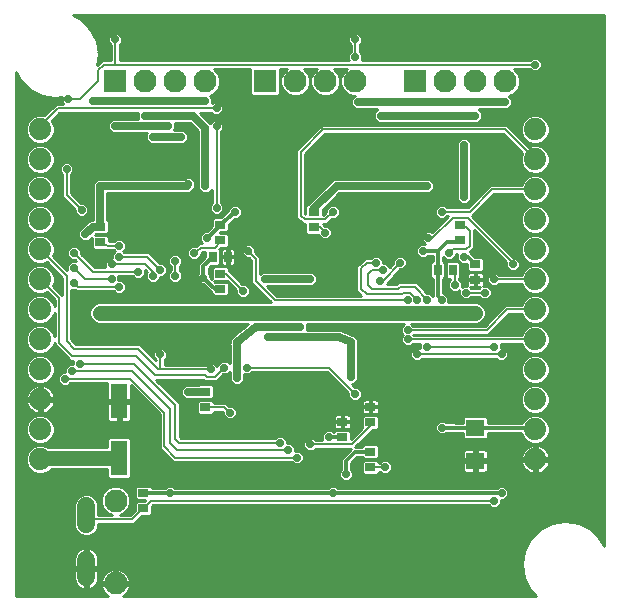
<source format=gbl>
G75*
%MOIN*%
%OFA0B0*%
%FSLAX24Y24*%
%IPPOS*%
%LPD*%
%AMOC8*
5,1,8,0,0,1.08239X$1,22.5*
%
%ADD10R,0.0354X0.0276*%
%ADD11R,0.0768X0.0768*%
%ADD12C,0.0768*%
%ADD13R,0.0276X0.0354*%
%ADD14C,0.0740*%
%ADD15R,0.0551X0.1181*%
%ADD16R,0.0630X0.0551*%
%ADD17C,0.0591*%
%ADD18C,0.0100*%
%ADD19OC8,0.0240*%
%ADD20C,0.0080*%
%ADD21OC8,0.0340*%
%ADD22C,0.0500*%
%ADD23C,0.0250*%
%ADD24C,0.0120*%
D10*
X006698Y003369D03*
X006698Y003881D03*
X008760Y006744D03*
X008760Y007256D03*
X009260Y010682D03*
X009260Y011193D03*
X009260Y012307D03*
X009260Y012818D03*
X012385Y012744D03*
X012385Y013256D03*
X017260Y012818D03*
X017260Y012307D03*
X017760Y011506D03*
X017760Y010994D03*
X014260Y006756D03*
X014260Y006244D03*
X013323Y006256D03*
X013323Y005744D03*
X014260Y005256D03*
X014260Y004744D03*
X005260Y012244D03*
X005260Y012756D03*
D11*
X005760Y017600D03*
X010760Y017600D03*
X015760Y017600D03*
D12*
X016760Y017600D03*
X017760Y017600D03*
X018760Y017600D03*
X013760Y017600D03*
X012760Y017600D03*
X011760Y017600D03*
X008760Y017600D03*
X007760Y017600D03*
X006760Y017600D03*
X005771Y003630D03*
X005771Y000870D03*
D13*
X016504Y011313D03*
X017016Y011313D03*
X009516Y011750D03*
X009004Y011750D03*
D14*
X003260Y012000D03*
X003260Y011000D03*
X003260Y010000D03*
X003260Y009000D03*
X003260Y008000D03*
X003260Y007000D03*
X003260Y006000D03*
X003260Y005000D03*
X003260Y013000D03*
X003260Y014000D03*
X003260Y015000D03*
X003260Y016000D03*
X019760Y016000D03*
X019760Y015000D03*
X019760Y014000D03*
X019760Y013000D03*
X019760Y012000D03*
X019760Y011000D03*
X019760Y010000D03*
X019760Y009000D03*
X019760Y008000D03*
X019760Y007000D03*
X019760Y006000D03*
X019760Y005000D03*
D15*
X005885Y005055D03*
X005885Y006945D03*
D16*
X017760Y006051D03*
X017760Y004949D03*
D17*
X004790Y003431D02*
X004790Y002841D01*
X004790Y001659D02*
X004790Y001069D01*
D18*
X002460Y000450D02*
X002460Y017897D01*
X002587Y017648D01*
X002908Y017327D01*
X002908Y017327D01*
X003312Y017121D01*
X003312Y017121D01*
X003760Y017050D01*
X003760Y017050D01*
X003968Y017083D01*
X003968Y016905D01*
X004023Y016850D01*
X003773Y016850D01*
X003685Y016762D01*
X003389Y016466D01*
X003356Y016480D01*
X003165Y016480D01*
X002988Y016407D01*
X002853Y016272D01*
X002780Y016095D01*
X002780Y015905D01*
X002853Y015728D01*
X002988Y015593D01*
X003165Y015520D01*
X003356Y015520D01*
X003532Y015593D01*
X003667Y015728D01*
X003740Y015905D01*
X003740Y016095D01*
X003667Y016272D01*
X003643Y016296D01*
X003897Y016550D01*
X006528Y016550D01*
X006525Y016547D01*
X006525Y016360D01*
X005663Y016360D01*
X005525Y016222D01*
X005525Y016028D01*
X005663Y015890D01*
X006818Y015890D01*
X006775Y015847D01*
X006775Y015653D01*
X006913Y015515D01*
X008058Y015515D01*
X008195Y015653D01*
X008195Y015847D01*
X008058Y015985D01*
X007703Y015985D01*
X007745Y016028D01*
X007745Y016215D01*
X008263Y016215D01*
X008525Y015953D01*
X008525Y014003D01*
X008663Y013865D01*
X008858Y013865D01*
X008985Y013993D01*
X008985Y013550D01*
X008905Y013470D01*
X008905Y013280D01*
X009040Y013145D01*
X009231Y013145D01*
X009365Y013280D01*
X009365Y013470D01*
X009285Y013550D01*
X009285Y015925D01*
X009365Y016005D01*
X009365Y016195D01*
X009231Y016330D01*
X009040Y016330D01*
X008926Y016216D01*
X008858Y016285D01*
X008593Y016550D01*
X008960Y016550D01*
X009040Y016470D01*
X009231Y016470D01*
X009365Y016605D01*
X009365Y016795D01*
X009231Y016930D01*
X009040Y016930D01*
X008995Y016885D01*
X008995Y017047D01*
X008914Y017129D01*
X009040Y017181D01*
X009179Y017320D01*
X009254Y017502D01*
X009254Y017698D01*
X009179Y017880D01*
X009046Y018013D01*
X010266Y018013D01*
X010266Y017171D01*
X010331Y017106D01*
X011190Y017106D01*
X011254Y017171D01*
X011254Y018013D01*
X011474Y018013D01*
X011342Y017880D01*
X011266Y017698D01*
X011266Y017502D01*
X011342Y017320D01*
X011481Y017181D01*
X011662Y017106D01*
X011859Y017106D01*
X012040Y017181D01*
X012179Y017320D01*
X012254Y017502D01*
X012254Y017698D01*
X012179Y017880D01*
X012046Y018013D01*
X012474Y018013D01*
X012342Y017880D01*
X012266Y017698D01*
X012266Y017502D01*
X012342Y017320D01*
X012481Y017181D01*
X012662Y017106D01*
X012859Y017106D01*
X013040Y017181D01*
X013179Y017320D01*
X013254Y017502D01*
X013254Y017698D01*
X013179Y017880D01*
X013046Y018013D01*
X013474Y018013D01*
X013342Y017880D01*
X013266Y017698D01*
X013266Y017502D01*
X013342Y017320D01*
X013481Y017181D01*
X013662Y017106D01*
X013734Y017106D01*
X013625Y016997D01*
X013625Y016803D01*
X013763Y016665D01*
X014493Y016665D01*
X014375Y016547D01*
X014375Y016353D01*
X014513Y016215D01*
X017858Y016215D01*
X017995Y016353D01*
X017995Y016547D01*
X017878Y016665D01*
X018858Y016665D01*
X018995Y016803D01*
X018995Y016997D01*
X018878Y017114D01*
X019040Y017181D01*
X019179Y017320D01*
X019254Y017502D01*
X019254Y017698D01*
X019179Y017880D01*
X019046Y018013D01*
X019585Y018013D01*
X019665Y017933D01*
X019856Y017933D01*
X019990Y018067D01*
X019990Y018258D01*
X019856Y018392D01*
X019665Y018392D01*
X019585Y018312D01*
X013986Y018312D01*
X013990Y018317D01*
X013990Y018508D01*
X013910Y018588D01*
X013910Y018825D01*
X013990Y018905D01*
X013990Y019095D01*
X013856Y019230D01*
X013665Y019230D01*
X013530Y019095D01*
X013530Y018905D01*
X013610Y018825D01*
X013610Y018588D01*
X013530Y018508D01*
X013530Y018317D01*
X013535Y018312D01*
X005910Y018312D01*
X005910Y018825D01*
X005990Y018905D01*
X005990Y019095D01*
X005856Y019230D01*
X005665Y019230D01*
X005530Y019095D01*
X005530Y018905D01*
X005610Y018825D01*
X005610Y018312D01*
X005323Y018312D01*
X005154Y018143D01*
X005210Y018500D01*
X005139Y018948D01*
X004933Y019352D01*
X004933Y019352D01*
X004613Y019673D01*
X004613Y019673D01*
X004364Y019800D01*
X022060Y019800D01*
X022060Y002103D01*
X021933Y002352D01*
X021613Y002673D01*
X021613Y002673D01*
X021208Y002879D01*
X020760Y002950D01*
X020312Y002879D01*
X019908Y002673D01*
X019587Y002352D01*
X019381Y001948D01*
X019310Y001500D01*
X019381Y001052D01*
X019587Y000648D01*
X019785Y000450D01*
X006033Y000450D01*
X006092Y000493D01*
X006147Y000548D01*
X006193Y000611D01*
X006228Y000681D01*
X006252Y000754D01*
X006263Y000820D01*
X005821Y000820D01*
X005821Y000920D01*
X006263Y000920D01*
X006252Y000986D01*
X006228Y001060D01*
X006193Y001129D01*
X006147Y001192D01*
X006092Y001247D01*
X006030Y001292D01*
X005960Y001328D01*
X005886Y001352D01*
X005821Y001362D01*
X005821Y000920D01*
X005721Y000920D01*
X005721Y001362D01*
X005655Y001352D01*
X005581Y001328D01*
X005512Y001292D01*
X005449Y001247D01*
X005394Y001192D01*
X005348Y001129D01*
X005313Y001060D01*
X005289Y000986D01*
X005279Y000920D01*
X005721Y000920D01*
X005721Y000820D01*
X005279Y000820D01*
X005289Y000754D01*
X005313Y000681D01*
X005348Y000611D01*
X005394Y000548D01*
X005449Y000493D01*
X005509Y000450D01*
X002460Y000450D01*
X002460Y000546D02*
X005397Y000546D01*
X005332Y000644D02*
X002460Y000644D01*
X002460Y000743D02*
X004549Y000743D01*
X004532Y000754D02*
X004598Y000710D01*
X004672Y000679D01*
X004742Y000665D01*
X004742Y001316D01*
X004385Y001316D01*
X004385Y001029D01*
X004401Y000951D01*
X004431Y000877D01*
X004476Y000811D01*
X004532Y000754D01*
X004455Y000841D02*
X002460Y000841D01*
X002460Y000940D02*
X004405Y000940D01*
X004385Y001038D02*
X002460Y001038D01*
X002460Y001137D02*
X004385Y001137D01*
X004385Y001235D02*
X002460Y001235D01*
X002460Y001334D02*
X004742Y001334D01*
X004742Y001316D02*
X004742Y001413D01*
X004742Y002063D01*
X004672Y002049D01*
X004598Y002019D01*
X004532Y001974D01*
X004476Y001918D01*
X004431Y001851D01*
X004401Y001778D01*
X004385Y001699D01*
X004385Y001413D01*
X004742Y001413D01*
X004839Y001413D01*
X004839Y002063D01*
X004909Y002049D01*
X004982Y002019D01*
X005049Y001974D01*
X005105Y001918D01*
X005150Y001851D01*
X005180Y001778D01*
X005196Y001699D01*
X005196Y001413D01*
X004839Y001413D01*
X004839Y001316D01*
X005196Y001316D01*
X005196Y001029D01*
X005180Y000951D01*
X005150Y000877D01*
X005105Y000811D01*
X005049Y000754D01*
X004982Y000710D01*
X004909Y000679D01*
X004839Y000665D01*
X004839Y001316D01*
X004742Y001316D01*
X004742Y001235D02*
X004839Y001235D01*
X004839Y001137D02*
X004742Y001137D01*
X004742Y001038D02*
X004839Y001038D01*
X004839Y000940D02*
X004742Y000940D01*
X004742Y000841D02*
X004839Y000841D01*
X004839Y000743D02*
X004742Y000743D01*
X005031Y000743D02*
X005293Y000743D01*
X005125Y000841D02*
X005721Y000841D01*
X005721Y000940D02*
X005821Y000940D01*
X005821Y001038D02*
X005721Y001038D01*
X005721Y001137D02*
X005821Y001137D01*
X005821Y001235D02*
X005721Y001235D01*
X005721Y001334D02*
X005821Y001334D01*
X005943Y001334D02*
X019337Y001334D01*
X019321Y001432D02*
X005196Y001432D01*
X005196Y001531D02*
X019315Y001531D01*
X019310Y001500D02*
X019310Y001500D01*
X019331Y001629D02*
X005196Y001629D01*
X005190Y001728D02*
X019346Y001728D01*
X019362Y001826D02*
X005160Y001826D01*
X005098Y001925D02*
X019378Y001925D01*
X019381Y001948D02*
X019381Y001948D01*
X019420Y002023D02*
X004972Y002023D01*
X004839Y002023D02*
X004742Y002023D01*
X004742Y001925D02*
X004839Y001925D01*
X004839Y001826D02*
X004742Y001826D01*
X004742Y001728D02*
X004839Y001728D01*
X004839Y001629D02*
X004742Y001629D01*
X004742Y001531D02*
X004839Y001531D01*
X004839Y001432D02*
X004742Y001432D01*
X004839Y001334D02*
X005599Y001334D01*
X005437Y001235D02*
X005196Y001235D01*
X005196Y001137D02*
X005354Y001137D01*
X005306Y001038D02*
X005196Y001038D01*
X005175Y000940D02*
X005282Y000940D01*
X005821Y000841D02*
X019489Y000841D01*
X019539Y000743D02*
X006248Y000743D01*
X006210Y000644D02*
X019591Y000644D01*
X019587Y000648D02*
X019587Y000648D01*
X019689Y000546D02*
X006145Y000546D01*
X006260Y000940D02*
X019439Y000940D01*
X019388Y001038D02*
X006235Y001038D01*
X006188Y001137D02*
X019368Y001137D01*
X019381Y001052D02*
X019381Y001052D01*
X019352Y001235D02*
X006104Y001235D01*
X005020Y002497D02*
X004871Y002435D01*
X004710Y002435D01*
X004561Y002497D01*
X004447Y002611D01*
X004385Y002760D01*
X004385Y003512D01*
X004447Y003661D01*
X004561Y003775D01*
X004710Y003836D01*
X004871Y003836D01*
X005020Y003775D01*
X005134Y003661D01*
X005196Y003512D01*
X005196Y003150D01*
X005639Y003150D01*
X005491Y003211D01*
X005352Y003350D01*
X005277Y003532D01*
X005277Y003728D01*
X005352Y003910D01*
X005491Y004049D01*
X005672Y004124D01*
X005869Y004124D01*
X006050Y004049D01*
X006189Y003910D01*
X006265Y003728D01*
X006265Y003532D01*
X006189Y003350D01*
X006050Y003211D01*
X005903Y003150D01*
X006261Y003150D01*
X006309Y003198D01*
X006397Y003286D01*
X006402Y003286D01*
X006411Y003294D01*
X006411Y003552D01*
X006475Y003617D01*
X006734Y003617D01*
X006750Y003633D01*
X006475Y003633D01*
X006411Y003698D01*
X006411Y004064D01*
X006475Y004129D01*
X006921Y004129D01*
X006985Y004064D01*
X006985Y004051D01*
X007423Y004051D01*
X007478Y004105D01*
X007668Y004105D01*
X007728Y004045D01*
X012855Y004045D01*
X012915Y004105D01*
X013106Y004105D01*
X013166Y004045D01*
X018480Y004045D01*
X018540Y004105D01*
X018731Y004105D01*
X018865Y003970D01*
X018865Y003780D01*
X018731Y003645D01*
X018615Y003645D01*
X018615Y003530D01*
X018481Y003395D01*
X018290Y003395D01*
X018210Y003475D01*
X007016Y003475D01*
X006985Y003444D01*
X006985Y003186D01*
X006921Y003121D01*
X006662Y003121D01*
X006527Y002986D01*
X006521Y002986D01*
X006385Y002850D01*
X005196Y002850D01*
X005196Y002760D01*
X005134Y002611D01*
X005020Y002497D01*
X005038Y002516D02*
X019750Y002516D01*
X019652Y002417D02*
X002460Y002417D01*
X002460Y002319D02*
X019570Y002319D01*
X019587Y002352D02*
X019587Y002352D01*
X019520Y002220D02*
X002460Y002220D01*
X002460Y002122D02*
X019470Y002122D01*
X019849Y002614D02*
X005135Y002614D01*
X005176Y002713D02*
X019985Y002713D01*
X019908Y002673D02*
X019908Y002673D01*
X020179Y002811D02*
X005196Y002811D01*
X005196Y003205D02*
X005506Y003205D01*
X005399Y003304D02*
X005196Y003304D01*
X005196Y003402D02*
X005331Y003402D01*
X005290Y003501D02*
X005196Y003501D01*
X005159Y003599D02*
X005277Y003599D01*
X005277Y003698D02*
X005097Y003698D01*
X004968Y003796D02*
X005305Y003796D01*
X005346Y003895D02*
X002460Y003895D01*
X002460Y003993D02*
X005435Y003993D01*
X005595Y004092D02*
X002460Y004092D01*
X002460Y004190D02*
X022060Y004190D01*
X022060Y004092D02*
X018744Y004092D01*
X018843Y003993D02*
X022060Y003993D01*
X022060Y003895D02*
X018865Y003895D01*
X018865Y003796D02*
X022060Y003796D01*
X022060Y003698D02*
X018783Y003698D01*
X018615Y003599D02*
X022060Y003599D01*
X022060Y003501D02*
X018586Y003501D01*
X018488Y003402D02*
X022060Y003402D01*
X022060Y003304D02*
X006985Y003304D01*
X006985Y003402D02*
X018283Y003402D01*
X018527Y004092D02*
X013119Y004092D01*
X012902Y004092D02*
X007682Y004092D01*
X007464Y004092D02*
X006958Y004092D01*
X006438Y004092D02*
X005947Y004092D01*
X006106Y003993D02*
X006411Y003993D01*
X006411Y003895D02*
X006196Y003895D01*
X006236Y003796D02*
X006411Y003796D01*
X006411Y003698D02*
X006265Y003698D01*
X006265Y003599D02*
X006457Y003599D01*
X006411Y003501D02*
X006252Y003501D01*
X006211Y003402D02*
X006411Y003402D01*
X006411Y003304D02*
X006143Y003304D01*
X006035Y003205D02*
X006316Y003205D01*
X006549Y003008D02*
X022060Y003008D01*
X022060Y002910D02*
X021016Y002910D01*
X021208Y002879D02*
X021208Y002879D01*
X021342Y002811D02*
X022060Y002811D01*
X022060Y002713D02*
X021535Y002713D01*
X021672Y002614D02*
X022060Y002614D01*
X022060Y002516D02*
X021770Y002516D01*
X021869Y002417D02*
X022060Y002417D01*
X022060Y002319D02*
X021951Y002319D01*
X021933Y002352D02*
X021933Y002352D01*
X021933Y002352D01*
X022001Y002220D02*
X022060Y002220D01*
X022051Y002122D02*
X022060Y002122D01*
X022060Y003107D02*
X006647Y003107D01*
X006444Y002910D02*
X020505Y002910D01*
X022060Y003205D02*
X006985Y003205D01*
X006207Y004355D02*
X006271Y004419D01*
X006271Y005691D01*
X006207Y005756D01*
X005564Y005756D01*
X005500Y005691D01*
X005500Y005415D01*
X003512Y005415D01*
X003356Y005480D01*
X003165Y005480D01*
X002988Y005407D01*
X002853Y005272D01*
X002780Y005095D01*
X002780Y004905D01*
X002853Y004728D01*
X002988Y004593D01*
X003165Y004520D01*
X003356Y004520D01*
X003532Y004593D01*
X003634Y004695D01*
X005500Y004695D01*
X005500Y004419D01*
X005564Y004355D01*
X006207Y004355D01*
X006239Y004387D02*
X013236Y004387D01*
X013218Y004405D02*
X013353Y004270D01*
X013543Y004270D01*
X013678Y004405D01*
X013678Y004595D01*
X013618Y004655D01*
X013618Y004867D01*
X013831Y005080D01*
X013973Y005080D01*
X013973Y005073D01*
X014038Y005008D01*
X014483Y005008D01*
X014548Y005073D01*
X014548Y005439D01*
X014483Y005504D01*
X014038Y005504D01*
X013973Y005439D01*
X013973Y005420D01*
X013767Y005420D01*
X013785Y005438D01*
X014344Y005996D01*
X014483Y005996D01*
X014548Y006061D01*
X014548Y006427D01*
X014483Y006492D01*
X014038Y006492D01*
X013973Y006427D01*
X013973Y006061D01*
X013979Y006055D01*
X013610Y005687D01*
X013610Y005927D01*
X013546Y005992D01*
X013100Y005992D01*
X013036Y005927D01*
X013036Y005925D01*
X012981Y005980D01*
X012790Y005980D01*
X012655Y005845D01*
X012655Y005655D01*
X012660Y005650D01*
X012436Y005650D01*
X012356Y005730D01*
X012165Y005730D01*
X012030Y005595D01*
X012030Y005405D01*
X012165Y005270D01*
X012356Y005270D01*
X012436Y005350D01*
X013620Y005350D01*
X013590Y005320D01*
X013278Y005008D01*
X013278Y004655D01*
X013218Y004595D01*
X013218Y004405D01*
X013218Y004486D02*
X006271Y004486D01*
X006271Y004584D02*
X013218Y004584D01*
X013278Y004683D02*
X006271Y004683D01*
X006271Y004781D02*
X013278Y004781D01*
X013278Y004880D02*
X011965Y004880D01*
X011918Y004833D02*
X012053Y004967D01*
X012053Y005158D01*
X011918Y005292D01*
X011740Y005292D01*
X011740Y005408D01*
X011606Y005542D01*
X011490Y005542D01*
X011490Y005658D01*
X011356Y005792D01*
X011165Y005792D01*
X011085Y005712D01*
X007947Y005712D01*
X007910Y005750D01*
X007910Y006875D01*
X007122Y007663D01*
X008698Y007663D01*
X008761Y007600D01*
X009135Y007600D01*
X009367Y007833D01*
X009481Y007833D01*
X009575Y007927D01*
X009575Y007603D01*
X009713Y007465D01*
X009908Y007465D01*
X010045Y007603D01*
X010045Y007833D01*
X010231Y007833D01*
X010311Y007913D01*
X012823Y007913D01*
X013530Y007205D01*
X013530Y007092D01*
X013665Y006958D01*
X013856Y006958D01*
X013990Y007092D01*
X013990Y007283D01*
X013856Y007417D01*
X013742Y007417D01*
X013645Y007515D01*
X013708Y007515D01*
X013845Y007653D01*
X013845Y008846D01*
X013864Y008885D01*
X013845Y008939D01*
X013845Y008997D01*
X013815Y009028D01*
X013801Y009069D01*
X013749Y009094D01*
X013708Y009135D01*
X013665Y009135D01*
X013359Y009284D01*
X013318Y009325D01*
X013275Y009325D01*
X013236Y009344D01*
X013181Y009325D01*
X012138Y009325D01*
X012145Y009333D01*
X012145Y009515D01*
X015388Y009515D01*
X015280Y009408D01*
X015280Y009217D01*
X015341Y009156D01*
X015280Y009095D01*
X015280Y008905D01*
X015415Y008770D01*
X015606Y008770D01*
X015686Y008850D01*
X015910Y008850D01*
X015905Y008845D01*
X015905Y008730D01*
X015728Y008730D01*
X015593Y008595D01*
X015593Y008405D01*
X015728Y008270D01*
X015918Y008270D01*
X015998Y008350D01*
X018460Y008350D01*
X018540Y008270D01*
X018731Y008270D01*
X018865Y008405D01*
X018865Y008595D01*
X018731Y008730D01*
X018615Y008730D01*
X018615Y008845D01*
X018611Y008850D01*
X019303Y008850D01*
X019353Y008728D01*
X019488Y008593D01*
X019665Y008520D01*
X019856Y008520D01*
X020032Y008593D01*
X020167Y008728D01*
X020240Y008905D01*
X020240Y009095D01*
X020167Y009272D01*
X020032Y009407D01*
X019856Y009480D01*
X019665Y009480D01*
X019488Y009407D01*
X019353Y009272D01*
X019303Y009150D01*
X015686Y009150D01*
X015679Y009156D01*
X015686Y009163D01*
X018197Y009163D01*
X018285Y009250D01*
X018885Y009850D01*
X019303Y009850D01*
X019353Y009728D01*
X019488Y009593D01*
X019665Y009520D01*
X019856Y009520D01*
X020032Y009593D01*
X020167Y009728D01*
X020240Y009905D01*
X020240Y010095D01*
X020167Y010272D01*
X020032Y010407D01*
X019856Y010480D01*
X019665Y010480D01*
X019488Y010407D01*
X019353Y010272D01*
X019303Y010150D01*
X018761Y010150D01*
X018073Y009462D01*
X015686Y009462D01*
X015633Y009515D01*
X017832Y009515D01*
X017964Y009570D01*
X018066Y009671D01*
X018120Y009803D01*
X018120Y009947D01*
X018066Y010079D01*
X017964Y010180D01*
X017832Y010235D01*
X016865Y010235D01*
X016865Y010408D01*
X016731Y010542D01*
X016674Y010542D01*
X016674Y011025D01*
X016688Y011025D01*
X016752Y011090D01*
X016752Y011535D01*
X016688Y011600D01*
X016674Y011600D01*
X016674Y011761D01*
X016790Y011645D01*
X016981Y011645D01*
X017115Y011780D01*
X017115Y011850D01*
X017160Y011850D01*
X017155Y011845D01*
X017155Y011655D01*
X017290Y011520D01*
X017473Y011520D01*
X017473Y011323D01*
X017538Y011258D01*
X017983Y011258D01*
X018048Y011323D01*
X018048Y011689D01*
X017983Y011754D01*
X017753Y011754D01*
X017686Y011820D01*
X017587Y011920D01*
X017580Y011920D01*
X017598Y011938D01*
X017723Y012063D01*
X017723Y012638D01*
X018780Y011580D01*
X018780Y011405D01*
X018915Y011270D01*
X019106Y011270D01*
X019240Y011405D01*
X019240Y011595D01*
X019106Y011730D01*
X019055Y011730D01*
X017660Y013125D01*
X017723Y013188D01*
X018385Y013850D01*
X019303Y013850D01*
X019353Y013728D01*
X019488Y013593D01*
X019665Y013520D01*
X019856Y013520D01*
X020032Y013593D01*
X020167Y013728D01*
X020240Y013905D01*
X020240Y014095D01*
X020167Y014272D01*
X020032Y014407D01*
X019856Y014480D01*
X019665Y014480D01*
X019488Y014407D01*
X019353Y014272D01*
X019303Y014150D01*
X018261Y014150D01*
X017511Y013400D01*
X016811Y013400D01*
X016731Y013480D01*
X016540Y013480D01*
X016405Y013345D01*
X016405Y013155D01*
X016540Y013020D01*
X016731Y013020D01*
X016811Y013100D01*
X016836Y013100D01*
X016317Y012581D01*
X016293Y012605D01*
X016103Y012605D01*
X015968Y012470D01*
X015968Y012280D01*
X016080Y012167D01*
X015915Y012167D01*
X015780Y012033D01*
X015780Y011842D01*
X015915Y011708D01*
X016106Y011708D01*
X016166Y011768D01*
X016334Y011768D01*
X016334Y011600D01*
X016321Y011600D01*
X016257Y011535D01*
X016257Y011090D01*
X016321Y011025D01*
X016334Y011025D01*
X016334Y010439D01*
X016231Y010542D01*
X016136Y010542D01*
X015910Y010805D01*
X015910Y010812D01*
X015870Y010852D01*
X015834Y010895D01*
X015827Y010895D01*
X015822Y010900D01*
X015766Y010900D01*
X015710Y010904D01*
X015705Y010900D01*
X015198Y010900D01*
X015136Y010837D01*
X014810Y010837D01*
X014848Y010875D01*
X014848Y010880D01*
X015255Y011333D01*
X015356Y011333D01*
X015490Y011467D01*
X015490Y011658D01*
X015356Y011792D01*
X015165Y011792D01*
X015030Y011658D01*
X015030Y011531D01*
X014923Y011412D01*
X014793Y011542D01*
X014678Y011542D01*
X014678Y011658D01*
X014543Y011792D01*
X014353Y011792D01*
X014273Y011712D01*
X014073Y011712D01*
X013886Y011525D01*
X013798Y011437D01*
X013798Y010625D01*
X013961Y010462D01*
X011135Y010462D01*
X010832Y010765D01*
X012358Y010765D01*
X012495Y010903D01*
X012495Y011097D01*
X012358Y011235D01*
X010663Y011235D01*
X010598Y011170D01*
X010598Y011750D01*
X010428Y011920D01*
X010428Y012033D01*
X010293Y012167D01*
X010103Y012167D01*
X009968Y012033D01*
X009968Y011842D01*
X010103Y011708D01*
X010216Y011708D01*
X010298Y011625D01*
X010298Y010875D01*
X010386Y010788D01*
X010938Y010235D01*
X005189Y010235D01*
X005056Y010180D01*
X004955Y010079D01*
X004900Y009947D01*
X004900Y009803D01*
X004955Y009671D01*
X005056Y009570D01*
X005189Y009515D01*
X010185Y009515D01*
X009726Y009135D01*
X009713Y009135D01*
X009652Y009074D01*
X009585Y009019D01*
X009584Y009006D01*
X009575Y008997D01*
X009575Y008911D01*
X009567Y008825D01*
X009575Y008815D01*
X009575Y008198D01*
X009481Y008292D01*
X009290Y008292D01*
X009155Y008158D01*
X009155Y008118D01*
X009043Y008230D01*
X008853Y008230D01*
X008773Y008150D01*
X007410Y008150D01*
X007410Y008325D01*
X007490Y008405D01*
X007490Y008595D01*
X007356Y008730D01*
X007165Y008730D01*
X007030Y008595D01*
X007030Y008405D01*
X007110Y008325D01*
X007110Y008300D01*
X006572Y008837D01*
X004447Y008837D01*
X004285Y009000D01*
X004285Y010650D01*
X004290Y010645D01*
X004403Y010645D01*
X004448Y010600D01*
X005710Y010600D01*
X005790Y010520D01*
X005981Y010520D01*
X006115Y010655D01*
X006115Y010845D01*
X005981Y010980D01*
X005865Y010980D01*
X005865Y011095D01*
X005861Y011100D01*
X006335Y011100D01*
X006415Y011020D01*
X006606Y011020D01*
X006740Y011155D01*
X006740Y011308D01*
X006804Y011244D01*
X006780Y011220D01*
X006780Y011030D01*
X006915Y010895D01*
X007106Y010895D01*
X007240Y011030D01*
X007240Y011083D01*
X007356Y011083D01*
X007490Y011217D01*
X007490Y011408D01*
X007356Y011542D01*
X007242Y011542D01*
X006885Y011900D01*
X006061Y011900D01*
X006023Y011937D01*
X006115Y012030D01*
X006115Y012220D01*
X005981Y012355D01*
X005790Y012355D01*
X005710Y012275D01*
X005548Y012275D01*
X005548Y012427D01*
X005483Y012492D01*
X005085Y012492D01*
X005101Y012508D01*
X005483Y012508D01*
X005548Y012573D01*
X005548Y012939D01*
X005495Y012991D01*
X005495Y013890D01*
X008233Y013890D01*
X008370Y014028D01*
X008433Y014090D01*
X008433Y014285D01*
X008295Y014422D01*
X008101Y014422D01*
X008038Y014360D01*
X005163Y014360D01*
X005025Y014222D01*
X005025Y012991D01*
X004919Y012991D01*
X004525Y012597D01*
X004525Y012403D01*
X004663Y012265D01*
X004858Y012265D01*
X004973Y012380D01*
X004973Y012061D01*
X005038Y011996D01*
X005421Y011996D01*
X005442Y011975D01*
X005470Y011975D01*
X005495Y011963D01*
X005530Y011975D01*
X005710Y011975D01*
X005748Y011937D01*
X005655Y011845D01*
X005655Y011730D01*
X005540Y011730D01*
X005405Y011595D01*
X005405Y011405D01*
X005410Y011400D01*
X005072Y011400D01*
X004615Y011857D01*
X004615Y011970D01*
X004481Y012105D01*
X004290Y012105D01*
X004155Y011970D01*
X004155Y011780D01*
X004290Y011645D01*
X004403Y011645D01*
X004443Y011605D01*
X004290Y011605D01*
X004155Y011470D01*
X004155Y011317D01*
X003690Y011783D01*
X003740Y011905D01*
X003740Y012095D01*
X003667Y012272D01*
X003532Y012407D01*
X003356Y012480D01*
X003165Y012480D01*
X002988Y012407D01*
X002853Y012272D01*
X002780Y012095D01*
X002780Y011905D01*
X002853Y011728D01*
X002988Y011593D01*
X003165Y011520D01*
X003356Y011520D01*
X003478Y011570D01*
X003985Y011063D01*
X003985Y010487D01*
X003690Y010783D01*
X003740Y010905D01*
X003740Y011095D01*
X003667Y011272D01*
X003532Y011407D01*
X003356Y011480D01*
X003165Y011480D01*
X002988Y011407D01*
X002853Y011272D01*
X002780Y011095D01*
X002780Y010905D01*
X002853Y010728D01*
X002988Y010593D01*
X003165Y010520D01*
X003356Y010520D01*
X003478Y010570D01*
X003735Y010313D01*
X003735Y010108D01*
X003667Y010272D01*
X003532Y010407D01*
X003356Y010480D01*
X003165Y010480D01*
X002988Y010407D01*
X002853Y010272D01*
X002780Y010095D01*
X002780Y009905D01*
X002853Y009728D01*
X002988Y009593D01*
X003165Y009520D01*
X003356Y009520D01*
X003532Y009593D01*
X003667Y009728D01*
X003735Y009892D01*
X003735Y009108D01*
X003667Y009272D01*
X003532Y009407D01*
X003356Y009480D01*
X003165Y009480D01*
X002988Y009407D01*
X002853Y009272D01*
X002780Y009095D01*
X002780Y008905D01*
X002853Y008728D01*
X002988Y008593D01*
X003165Y008520D01*
X003356Y008520D01*
X003532Y008593D01*
X003667Y008728D01*
X003735Y008892D01*
X003735Y008813D01*
X004173Y008375D01*
X004261Y008288D01*
X004348Y008288D01*
X004343Y008283D01*
X004343Y008167D01*
X004228Y008167D01*
X004093Y008033D01*
X004093Y007917D01*
X003978Y007917D01*
X003843Y007783D01*
X003843Y007592D01*
X003978Y007458D01*
X004168Y007458D01*
X004248Y007538D01*
X005500Y007538D01*
X005500Y006995D01*
X005835Y006995D01*
X005835Y006895D01*
X005500Y006895D01*
X005500Y006340D01*
X005507Y006312D01*
X005522Y006287D01*
X005542Y006266D01*
X005567Y006252D01*
X005595Y006244D01*
X005835Y006244D01*
X005835Y006895D01*
X005935Y006895D01*
X005935Y006244D01*
X006175Y006244D01*
X006203Y006252D01*
X006228Y006266D01*
X006249Y006287D01*
X006263Y006312D01*
X006271Y006340D01*
X006271Y006895D01*
X005935Y006895D01*
X005935Y006995D01*
X006271Y006995D01*
X006271Y007465D01*
X007235Y006500D01*
X007235Y005375D01*
X007323Y005288D01*
X007698Y004913D01*
X011648Y004913D01*
X011728Y004833D01*
X011918Y004833D01*
X012053Y004978D02*
X013278Y004978D01*
X013346Y005077D02*
X012053Y005077D01*
X012036Y005175D02*
X013445Y005175D01*
X013543Y005274D02*
X012359Y005274D01*
X012162Y005274D02*
X011937Y005274D01*
X012063Y005372D02*
X011740Y005372D01*
X011678Y005471D02*
X012030Y005471D01*
X012030Y005569D02*
X011490Y005569D01*
X011481Y005668D02*
X012103Y005668D01*
X012418Y005668D02*
X012655Y005668D01*
X012655Y005766D02*
X011382Y005766D01*
X011139Y005766D02*
X007910Y005766D01*
X007910Y005865D02*
X012675Y005865D01*
X012773Y005963D02*
X007910Y005963D01*
X007910Y006062D02*
X013051Y006062D01*
X013058Y006051D02*
X013078Y006030D01*
X013103Y006016D01*
X013131Y006008D01*
X013304Y006008D01*
X013304Y006237D01*
X013342Y006237D01*
X013342Y006275D01*
X013610Y006275D01*
X013610Y006408D01*
X013603Y006436D01*
X013588Y006461D01*
X013568Y006482D01*
X013542Y006496D01*
X013515Y006504D01*
X013342Y006504D01*
X013342Y006275D01*
X013304Y006275D01*
X013304Y006504D01*
X013131Y006504D01*
X013103Y006496D01*
X013078Y006482D01*
X013058Y006461D01*
X013043Y006436D01*
X013036Y006408D01*
X013036Y006275D01*
X013304Y006275D01*
X013304Y006237D01*
X013036Y006237D01*
X013036Y006104D01*
X013043Y006076D01*
X013058Y006051D01*
X013071Y005963D02*
X012998Y005963D01*
X013036Y006160D02*
X007910Y006160D01*
X007910Y006259D02*
X013304Y006259D01*
X013342Y006259D02*
X013973Y006259D01*
X013973Y006357D02*
X013610Y006357D01*
X013591Y006456D02*
X014001Y006456D01*
X014041Y006516D02*
X014069Y006508D01*
X014241Y006508D01*
X014241Y006737D01*
X013973Y006737D01*
X013973Y006604D01*
X013981Y006576D01*
X013995Y006551D01*
X014016Y006530D01*
X014041Y006516D01*
X013993Y006554D02*
X009803Y006554D01*
X009803Y006467D02*
X009803Y006658D01*
X009668Y006792D01*
X009555Y006792D01*
X009453Y006894D01*
X009048Y006894D01*
X009048Y006927D01*
X008983Y006992D01*
X008538Y006992D01*
X008473Y006927D01*
X008473Y006561D01*
X008538Y006496D01*
X008983Y006496D01*
X009048Y006561D01*
X009048Y006594D01*
X009329Y006594D01*
X009343Y006580D01*
X009343Y006467D01*
X009478Y006333D01*
X009668Y006333D01*
X009803Y006467D01*
X009791Y006456D02*
X013054Y006456D01*
X013036Y006357D02*
X009693Y006357D01*
X009453Y006357D02*
X007910Y006357D01*
X007910Y006456D02*
X009355Y006456D01*
X009343Y006554D02*
X009041Y006554D01*
X009027Y006948D02*
X013988Y006948D01*
X013981Y006936D02*
X013973Y006908D01*
X013973Y006775D01*
X014241Y006775D01*
X014241Y006737D01*
X014279Y006737D01*
X014279Y006508D01*
X014452Y006508D01*
X014480Y006516D01*
X014505Y006530D01*
X014526Y006551D01*
X014540Y006576D01*
X014548Y006604D01*
X014548Y006737D01*
X014279Y006737D01*
X014279Y006775D01*
X014241Y006775D01*
X014241Y007004D01*
X014069Y007004D01*
X014041Y006996D01*
X014016Y006982D01*
X013995Y006961D01*
X013981Y006936D01*
X013973Y006850D02*
X009498Y006850D01*
X009710Y006751D02*
X014241Y006751D01*
X014279Y006751D02*
X019344Y006751D01*
X019353Y006728D02*
X019488Y006593D01*
X019665Y006520D01*
X019856Y006520D01*
X020032Y006593D01*
X020167Y006728D01*
X020240Y006905D01*
X020240Y007095D01*
X020167Y007272D01*
X020032Y007407D01*
X019856Y007480D01*
X019665Y007480D01*
X019488Y007407D01*
X019353Y007272D01*
X019280Y007095D01*
X019280Y006905D01*
X019353Y006728D01*
X019429Y006653D02*
X014548Y006653D01*
X014528Y006554D02*
X019583Y006554D01*
X019606Y006456D02*
X014519Y006456D01*
X014548Y006357D02*
X017335Y006357D01*
X017335Y006372D02*
X017335Y006225D01*
X016792Y006231D01*
X016731Y006292D01*
X016540Y006292D01*
X016405Y006158D01*
X016405Y005967D01*
X016540Y005833D01*
X016731Y005833D01*
X016789Y005891D01*
X017335Y005885D01*
X017335Y005730D01*
X017400Y005666D01*
X018121Y005666D01*
X018185Y005730D01*
X018185Y005881D01*
X019290Y005881D01*
X019353Y005728D01*
X019488Y005593D01*
X019665Y005520D01*
X019856Y005520D01*
X020032Y005593D01*
X020167Y005728D01*
X020240Y005905D01*
X020240Y006095D01*
X020167Y006272D01*
X020032Y006407D01*
X019856Y006480D01*
X019665Y006480D01*
X019488Y006407D01*
X019353Y006272D01*
X019332Y006221D01*
X018185Y006221D01*
X018185Y006372D01*
X018121Y006437D01*
X017400Y006437D01*
X017335Y006372D01*
X017335Y006259D02*
X016765Y006259D01*
X016506Y006259D02*
X014548Y006259D01*
X014548Y006160D02*
X016408Y006160D01*
X016405Y006062D02*
X014548Y006062D01*
X014311Y005963D02*
X016410Y005963D01*
X016508Y005865D02*
X014212Y005865D01*
X014114Y005766D02*
X017335Y005766D01*
X017335Y005865D02*
X016763Y005865D01*
X017398Y005668D02*
X014015Y005668D01*
X013916Y005569D02*
X019547Y005569D01*
X019576Y005445D02*
X019509Y005411D01*
X019448Y005366D01*
X019394Y005313D01*
X019350Y005252D01*
X019316Y005184D01*
X019292Y005112D01*
X019282Y005050D01*
X019710Y005050D01*
X019710Y004950D01*
X019282Y004950D01*
X019292Y004888D01*
X019316Y004816D01*
X019350Y004748D01*
X019394Y004687D01*
X019448Y004634D01*
X019509Y004589D01*
X019576Y004555D01*
X019648Y004532D01*
X019710Y004522D01*
X019710Y004950D01*
X019810Y004950D01*
X019810Y004522D01*
X019873Y004532D01*
X019945Y004555D01*
X020012Y004589D01*
X020073Y004634D01*
X020126Y004687D01*
X020171Y004748D01*
X020205Y004816D01*
X020229Y004888D01*
X020238Y004950D01*
X019810Y004950D01*
X019810Y005050D01*
X019710Y005050D01*
X019710Y005478D01*
X019648Y005468D01*
X019576Y005445D01*
X019663Y005471D02*
X014516Y005471D01*
X014548Y005372D02*
X019456Y005372D01*
X019366Y005274D02*
X018174Y005274D01*
X018178Y005267D02*
X018163Y005292D01*
X018143Y005312D01*
X018118Y005327D01*
X018090Y005334D01*
X017810Y005334D01*
X017810Y004999D01*
X017710Y004999D01*
X017710Y004899D01*
X017335Y004899D01*
X017335Y004659D01*
X017343Y004631D01*
X017357Y004606D01*
X017378Y004585D01*
X017403Y004571D01*
X017431Y004563D01*
X017710Y004563D01*
X017710Y004899D01*
X017810Y004899D01*
X017810Y004563D01*
X018090Y004563D01*
X018118Y004571D01*
X018143Y004585D01*
X018163Y004606D01*
X018178Y004631D01*
X018185Y004659D01*
X018185Y004899D01*
X017810Y004899D01*
X017810Y004999D01*
X018185Y004999D01*
X018185Y005239D01*
X018178Y005267D01*
X018185Y005175D02*
X019313Y005175D01*
X019286Y005077D02*
X018185Y005077D01*
X018185Y004880D02*
X019295Y004880D01*
X019333Y004781D02*
X018185Y004781D01*
X018185Y004683D02*
X019399Y004683D01*
X019519Y004584D02*
X018141Y004584D01*
X017810Y004584D02*
X017710Y004584D01*
X017710Y004683D02*
X017810Y004683D01*
X017810Y004781D02*
X017710Y004781D01*
X017710Y004880D02*
X017810Y004880D01*
X017810Y004978D02*
X019710Y004978D01*
X019710Y004880D02*
X019810Y004880D01*
X019810Y004978D02*
X022060Y004978D01*
X022060Y004880D02*
X020226Y004880D01*
X020187Y004781D02*
X022060Y004781D01*
X022060Y004683D02*
X020122Y004683D01*
X020001Y004584D02*
X022060Y004584D01*
X022060Y004486D02*
X013678Y004486D01*
X013678Y004584D02*
X013973Y004584D01*
X013973Y004561D02*
X014038Y004496D01*
X014483Y004496D01*
X014548Y004561D01*
X014548Y004594D01*
X014591Y004594D01*
X014665Y004520D01*
X014856Y004520D01*
X014990Y004655D01*
X014990Y004845D01*
X014856Y004980D01*
X014665Y004980D01*
X014579Y004894D01*
X014548Y004894D01*
X014548Y004927D01*
X014483Y004992D01*
X014038Y004992D01*
X013973Y004927D01*
X013973Y004561D01*
X013973Y004683D02*
X013618Y004683D01*
X013618Y004781D02*
X013973Y004781D01*
X013973Y004880D02*
X013630Y004880D01*
X013729Y004978D02*
X014024Y004978D01*
X013973Y005077D02*
X013827Y005077D01*
X013818Y005471D02*
X014004Y005471D01*
X013689Y005766D02*
X013610Y005766D01*
X013610Y005865D02*
X013788Y005865D01*
X013886Y005963D02*
X013574Y005963D01*
X013542Y006016D02*
X013568Y006030D01*
X013588Y006051D01*
X013603Y006076D01*
X013610Y006104D01*
X013610Y006237D01*
X013342Y006237D01*
X013342Y006008D01*
X013515Y006008D01*
X013542Y006016D01*
X013594Y006062D02*
X013973Y006062D01*
X013973Y006160D02*
X013610Y006160D01*
X013342Y006160D02*
X013304Y006160D01*
X013304Y006062D02*
X013342Y006062D01*
X013342Y006357D02*
X013304Y006357D01*
X013304Y006456D02*
X013342Y006456D01*
X013576Y007047D02*
X009021Y007047D01*
X009048Y007073D02*
X008983Y007008D01*
X008538Y007008D01*
X008531Y007015D01*
X008101Y007015D01*
X007963Y007153D01*
X007963Y007347D01*
X008101Y007485D01*
X008519Y007485D01*
X008538Y007504D01*
X008983Y007504D01*
X009048Y007439D01*
X009048Y007073D01*
X009048Y007145D02*
X013530Y007145D01*
X013492Y007244D02*
X009048Y007244D01*
X009048Y007342D02*
X013394Y007342D01*
X013295Y007441D02*
X009046Y007441D01*
X009173Y007638D02*
X009575Y007638D01*
X009575Y007736D02*
X009271Y007736D01*
X009483Y007835D02*
X009575Y007835D01*
X009639Y007539D02*
X007246Y007539D01*
X007344Y007441D02*
X008056Y007441D01*
X007963Y007342D02*
X007443Y007342D01*
X007541Y007244D02*
X007963Y007244D01*
X007970Y007145D02*
X007640Y007145D01*
X007738Y007047D02*
X008069Y007047D01*
X007837Y006948D02*
X008494Y006948D01*
X008473Y006850D02*
X007910Y006850D01*
X007910Y006751D02*
X008473Y006751D01*
X008473Y006653D02*
X007910Y006653D01*
X007910Y006554D02*
X008480Y006554D01*
X008723Y007638D02*
X007147Y007638D01*
X006591Y007145D02*
X006271Y007145D01*
X006271Y007047D02*
X006689Y007047D01*
X006788Y006948D02*
X005935Y006948D01*
X005935Y006850D02*
X005835Y006850D01*
X005835Y006948D02*
X003738Y006948D01*
X003738Y006950D02*
X003310Y006950D01*
X003310Y006522D01*
X003373Y006532D01*
X003445Y006555D01*
X003512Y006589D01*
X003573Y006634D01*
X003626Y006687D01*
X003671Y006748D01*
X003705Y006816D01*
X003729Y006888D01*
X003738Y006950D01*
X003738Y007050D02*
X003729Y007112D01*
X003705Y007184D01*
X003671Y007252D01*
X003626Y007313D01*
X003573Y007366D01*
X003512Y007411D01*
X003445Y007445D01*
X003373Y007468D01*
X003310Y007478D01*
X003310Y007050D01*
X003210Y007050D01*
X003210Y006950D01*
X002782Y006950D01*
X002792Y006888D01*
X002816Y006816D01*
X002850Y006748D01*
X002894Y006687D01*
X002948Y006634D01*
X003009Y006589D01*
X003076Y006555D01*
X003148Y006532D01*
X003210Y006522D01*
X003210Y006950D01*
X003310Y006950D01*
X003310Y007050D01*
X003738Y007050D01*
X003718Y007145D02*
X005500Y007145D01*
X005500Y007047D02*
X003310Y007047D01*
X003310Y007145D02*
X003210Y007145D01*
X003210Y007050D02*
X003210Y007478D01*
X003148Y007468D01*
X003076Y007445D01*
X003009Y007411D01*
X002948Y007366D01*
X002894Y007313D01*
X002850Y007252D01*
X002816Y007184D01*
X002792Y007112D01*
X002782Y007050D01*
X003210Y007050D01*
X003210Y007047D02*
X002460Y007047D01*
X002460Y007145D02*
X002803Y007145D01*
X002846Y007244D02*
X002460Y007244D01*
X002460Y007342D02*
X002924Y007342D01*
X003068Y007441D02*
X002460Y007441D01*
X002460Y007539D02*
X003119Y007539D01*
X003165Y007520D02*
X002988Y007593D01*
X002853Y007728D01*
X002780Y007905D01*
X002780Y008095D01*
X002853Y008272D01*
X002988Y008407D01*
X003165Y008480D01*
X003356Y008480D01*
X003532Y008407D01*
X003667Y008272D01*
X003740Y008095D01*
X003740Y007905D01*
X003667Y007728D01*
X003532Y007593D01*
X003356Y007520D01*
X003165Y007520D01*
X003210Y007441D02*
X003310Y007441D01*
X003310Y007342D02*
X003210Y007342D01*
X003210Y007244D02*
X003310Y007244D01*
X003453Y007441D02*
X005500Y007441D01*
X005500Y007342D02*
X003597Y007342D01*
X003675Y007244D02*
X005500Y007244D01*
X005500Y006850D02*
X003716Y006850D01*
X003672Y006751D02*
X005500Y006751D01*
X005500Y006653D02*
X003592Y006653D01*
X003441Y006554D02*
X005500Y006554D01*
X005500Y006456D02*
X003415Y006456D01*
X003356Y006480D02*
X003532Y006407D01*
X003667Y006272D01*
X003740Y006095D01*
X003740Y005905D01*
X003667Y005728D01*
X003532Y005593D01*
X003356Y005520D01*
X003165Y005520D01*
X002988Y005593D01*
X002853Y005728D01*
X002780Y005905D01*
X002780Y006095D01*
X002853Y006272D01*
X002988Y006407D01*
X003165Y006480D01*
X003356Y006480D01*
X003310Y006554D02*
X003210Y006554D01*
X003210Y006653D02*
X003310Y006653D01*
X003310Y006751D02*
X003210Y006751D01*
X003210Y006850D02*
X003310Y006850D01*
X003310Y006948D02*
X003210Y006948D01*
X002929Y006653D02*
X002460Y006653D01*
X002460Y006751D02*
X002849Y006751D01*
X002805Y006850D02*
X002460Y006850D01*
X002460Y006948D02*
X002783Y006948D01*
X003080Y006554D02*
X002460Y006554D01*
X002460Y006456D02*
X003106Y006456D01*
X002939Y006357D02*
X002460Y006357D01*
X002460Y006259D02*
X002848Y006259D01*
X002807Y006160D02*
X002460Y006160D01*
X002460Y006062D02*
X002780Y006062D01*
X002780Y005963D02*
X002460Y005963D01*
X002460Y005865D02*
X002797Y005865D01*
X002838Y005766D02*
X002460Y005766D01*
X002460Y005668D02*
X002914Y005668D01*
X003047Y005569D02*
X002460Y005569D01*
X002460Y005471D02*
X003142Y005471D01*
X002954Y005372D02*
X002460Y005372D01*
X002460Y005274D02*
X002855Y005274D01*
X002813Y005175D02*
X002460Y005175D01*
X002460Y005077D02*
X002780Y005077D01*
X002780Y004978D02*
X002460Y004978D01*
X002460Y004880D02*
X002791Y004880D01*
X002832Y004781D02*
X002460Y004781D01*
X002460Y004683D02*
X002899Y004683D01*
X003010Y004584D02*
X002460Y004584D01*
X002460Y004486D02*
X005500Y004486D01*
X005500Y004584D02*
X003510Y004584D01*
X003622Y004683D02*
X005500Y004683D01*
X005532Y004387D02*
X002460Y004387D01*
X002460Y004289D02*
X013334Y004289D01*
X013562Y004289D02*
X022060Y004289D01*
X022060Y004387D02*
X013660Y004387D01*
X014548Y004584D02*
X014601Y004584D01*
X014920Y004584D02*
X017380Y004584D01*
X017335Y004683D02*
X014990Y004683D01*
X014990Y004781D02*
X017335Y004781D01*
X017335Y004880D02*
X014956Y004880D01*
X014858Y004978D02*
X017710Y004978D01*
X017710Y004999D02*
X017335Y004999D01*
X017335Y005239D01*
X017343Y005267D01*
X017357Y005292D01*
X017378Y005312D01*
X017403Y005327D01*
X017431Y005334D01*
X017710Y005334D01*
X017710Y004999D01*
X017710Y005077D02*
X017810Y005077D01*
X017810Y005175D02*
X017710Y005175D01*
X017710Y005274D02*
X017810Y005274D01*
X017347Y005274D02*
X014548Y005274D01*
X014548Y005175D02*
X017335Y005175D01*
X017335Y005077D02*
X014548Y005077D01*
X014497Y004978D02*
X014663Y004978D01*
X014279Y006554D02*
X014241Y006554D01*
X014241Y006653D02*
X014279Y006653D01*
X014279Y006775D02*
X014548Y006775D01*
X014548Y006908D01*
X014540Y006936D01*
X014526Y006961D01*
X014505Y006982D01*
X014480Y006996D01*
X014452Y007004D01*
X014279Y007004D01*
X014279Y006775D01*
X014279Y006850D02*
X014241Y006850D01*
X014241Y006948D02*
X014279Y006948D01*
X014533Y006948D02*
X019280Y006948D01*
X019280Y007047D02*
X013945Y007047D01*
X013990Y007145D02*
X019301Y007145D01*
X019342Y007244D02*
X013990Y007244D01*
X013931Y007342D02*
X019424Y007342D01*
X019570Y007441D02*
X013719Y007441D01*
X013732Y007539D02*
X019619Y007539D01*
X019665Y007520D02*
X019856Y007520D01*
X020032Y007593D01*
X020167Y007728D01*
X020240Y007905D01*
X020240Y008095D01*
X020167Y008272D01*
X020032Y008407D01*
X019856Y008480D01*
X019665Y008480D01*
X019488Y008407D01*
X019353Y008272D01*
X019280Y008095D01*
X019280Y007905D01*
X019353Y007728D01*
X019488Y007593D01*
X019665Y007520D01*
X019902Y007539D02*
X022060Y007539D01*
X022060Y007441D02*
X019951Y007441D01*
X020097Y007342D02*
X022060Y007342D01*
X022060Y007244D02*
X020179Y007244D01*
X020220Y007145D02*
X022060Y007145D01*
X022060Y007047D02*
X020240Y007047D01*
X020240Y006948D02*
X022060Y006948D01*
X022060Y006850D02*
X020218Y006850D01*
X020177Y006751D02*
X022060Y006751D01*
X022060Y006653D02*
X020092Y006653D01*
X019938Y006554D02*
X022060Y006554D01*
X022060Y006456D02*
X019915Y006456D01*
X020082Y006357D02*
X022060Y006357D01*
X022060Y006259D02*
X020173Y006259D01*
X020214Y006160D02*
X022060Y006160D01*
X022060Y006062D02*
X020240Y006062D01*
X020240Y005963D02*
X022060Y005963D01*
X022060Y005865D02*
X020224Y005865D01*
X020183Y005766D02*
X022060Y005766D01*
X022060Y005668D02*
X020107Y005668D01*
X019974Y005569D02*
X022060Y005569D01*
X022060Y005471D02*
X019858Y005471D01*
X019873Y005468D02*
X019810Y005478D01*
X019810Y005050D01*
X020238Y005050D01*
X020229Y005112D01*
X020205Y005184D01*
X020171Y005252D01*
X020126Y005313D01*
X020073Y005366D01*
X020012Y005411D01*
X019945Y005445D01*
X019873Y005468D01*
X019810Y005471D02*
X019710Y005471D01*
X019710Y005372D02*
X019810Y005372D01*
X019810Y005274D02*
X019710Y005274D01*
X019710Y005175D02*
X019810Y005175D01*
X019810Y005077D02*
X019710Y005077D01*
X019710Y004781D02*
X019810Y004781D01*
X019810Y004683D02*
X019710Y004683D01*
X019710Y004584D02*
X019810Y004584D01*
X020234Y005077D02*
X022060Y005077D01*
X022060Y005175D02*
X020208Y005175D01*
X020155Y005274D02*
X022060Y005274D01*
X022060Y005372D02*
X020065Y005372D01*
X019414Y005668D02*
X018123Y005668D01*
X018185Y005766D02*
X019338Y005766D01*
X019297Y005865D02*
X018185Y005865D01*
X018185Y006259D02*
X019348Y006259D01*
X019439Y006357D02*
X018185Y006357D01*
X019303Y006850D02*
X014548Y006850D01*
X013973Y006653D02*
X009803Y006653D01*
X009982Y007539D02*
X013197Y007539D01*
X013098Y007638D02*
X010045Y007638D01*
X010045Y007736D02*
X013000Y007736D01*
X012901Y007835D02*
X010233Y007835D01*
X009575Y008229D02*
X009545Y008229D01*
X009575Y008327D02*
X007413Y008327D01*
X007410Y008229D02*
X008851Y008229D01*
X009045Y008229D02*
X009226Y008229D01*
X009155Y008130D02*
X009143Y008130D01*
X009575Y008426D02*
X007490Y008426D01*
X007490Y008524D02*
X009575Y008524D01*
X009575Y008623D02*
X007463Y008623D01*
X007365Y008721D02*
X009575Y008721D01*
X009572Y008820D02*
X006590Y008820D01*
X006689Y008721D02*
X007156Y008721D01*
X007058Y008623D02*
X006787Y008623D01*
X006886Y008524D02*
X007030Y008524D01*
X007030Y008426D02*
X006984Y008426D01*
X007083Y008327D02*
X007108Y008327D01*
X006295Y007441D02*
X006271Y007441D01*
X006271Y007342D02*
X006394Y007342D01*
X006492Y007244D02*
X006271Y007244D01*
X006271Y006850D02*
X006886Y006850D01*
X006985Y006751D02*
X006271Y006751D01*
X006271Y006653D02*
X007083Y006653D01*
X007182Y006554D02*
X006271Y006554D01*
X006271Y006456D02*
X007235Y006456D01*
X007235Y006357D02*
X006271Y006357D01*
X006215Y006259D02*
X007235Y006259D01*
X007235Y006160D02*
X003714Y006160D01*
X003740Y006062D02*
X007235Y006062D01*
X007235Y005963D02*
X003740Y005963D01*
X003724Y005865D02*
X007235Y005865D01*
X007235Y005766D02*
X003683Y005766D01*
X003607Y005668D02*
X005500Y005668D01*
X005500Y005569D02*
X003474Y005569D01*
X003379Y005471D02*
X005500Y005471D01*
X006271Y005471D02*
X007235Y005471D01*
X007235Y005569D02*
X006271Y005569D01*
X006271Y005668D02*
X007235Y005668D01*
X007239Y005372D02*
X006271Y005372D01*
X006271Y005274D02*
X007337Y005274D01*
X007323Y005288D02*
X007323Y005288D01*
X007436Y005175D02*
X006271Y005175D01*
X006271Y005077D02*
X007534Y005077D01*
X007633Y004978D02*
X006271Y004978D01*
X006271Y004880D02*
X011681Y004880D01*
X013830Y007638D02*
X019444Y007638D01*
X019350Y007736D02*
X013845Y007736D01*
X013845Y007835D02*
X019309Y007835D01*
X019280Y007933D02*
X013845Y007933D01*
X013845Y008032D02*
X019280Y008032D01*
X019295Y008130D02*
X013845Y008130D01*
X013845Y008229D02*
X019335Y008229D01*
X019409Y008327D02*
X018788Y008327D01*
X018865Y008426D02*
X019533Y008426D01*
X019655Y008524D02*
X018865Y008524D01*
X018838Y008623D02*
X019459Y008623D01*
X019361Y008721D02*
X018740Y008721D01*
X018615Y008820D02*
X019316Y008820D01*
X019329Y009214D02*
X018249Y009214D01*
X018347Y009312D02*
X019394Y009312D01*
X019497Y009411D02*
X018446Y009411D01*
X018544Y009509D02*
X022060Y009509D01*
X022060Y009411D02*
X020024Y009411D01*
X020127Y009312D02*
X022060Y009312D01*
X022060Y009214D02*
X020191Y009214D01*
X020232Y009115D02*
X022060Y009115D01*
X022060Y009017D02*
X020240Y009017D01*
X020240Y008918D02*
X022060Y008918D01*
X022060Y008820D02*
X020205Y008820D01*
X020160Y008721D02*
X022060Y008721D01*
X022060Y008623D02*
X020062Y008623D01*
X019987Y008426D02*
X022060Y008426D01*
X022060Y008524D02*
X019866Y008524D01*
X020112Y008327D02*
X022060Y008327D01*
X022060Y008229D02*
X020185Y008229D01*
X020226Y008130D02*
X022060Y008130D01*
X022060Y008032D02*
X020240Y008032D01*
X020240Y007933D02*
X022060Y007933D01*
X022060Y007835D02*
X020211Y007835D01*
X020171Y007736D02*
X022060Y007736D01*
X022060Y007638D02*
X020077Y007638D01*
X018483Y008327D02*
X015975Y008327D01*
X015671Y008327D02*
X013845Y008327D01*
X013845Y008426D02*
X015593Y008426D01*
X015593Y008524D02*
X013845Y008524D01*
X013845Y008623D02*
X015620Y008623D01*
X015719Y008721D02*
X013845Y008721D01*
X013845Y008820D02*
X015366Y008820D01*
X015280Y008918D02*
X013853Y008918D01*
X013826Y009017D02*
X015280Y009017D01*
X015300Y009115D02*
X013728Y009115D01*
X013503Y009214D02*
X015284Y009214D01*
X015280Y009312D02*
X013331Y009312D01*
X012145Y009411D02*
X015283Y009411D01*
X015382Y009509D02*
X012145Y009509D01*
X011103Y010494D02*
X013929Y010494D01*
X013831Y010593D02*
X011005Y010593D01*
X010906Y010691D02*
X013798Y010691D01*
X013798Y010790D02*
X012382Y010790D01*
X012481Y010888D02*
X013798Y010888D01*
X013798Y010987D02*
X012495Y010987D01*
X012495Y011085D02*
X013798Y011085D01*
X013798Y011184D02*
X012409Y011184D01*
X012665Y012333D02*
X012530Y012467D01*
X012530Y012496D01*
X012163Y012496D01*
X012098Y012561D01*
X012098Y012850D01*
X012011Y012850D01*
X011923Y012938D01*
X011798Y013063D01*
X011798Y015312D01*
X011886Y015400D01*
X012636Y016150D01*
X018822Y016150D01*
X018910Y016062D01*
X019543Y015430D01*
X019665Y015480D01*
X019856Y015480D01*
X020032Y015407D01*
X020167Y015272D01*
X020240Y015095D01*
X020240Y014905D01*
X020167Y014728D01*
X020032Y014593D01*
X019856Y014520D01*
X019665Y014520D01*
X019488Y014593D01*
X019353Y014728D01*
X019280Y014905D01*
X019280Y015095D01*
X019331Y015217D01*
X018698Y015850D01*
X012760Y015850D01*
X012098Y015188D01*
X012098Y013187D01*
X012098Y013187D01*
X012098Y013439D01*
X012163Y013504D01*
X012182Y013504D01*
X012900Y014222D01*
X013038Y014360D01*
X016233Y014360D01*
X016370Y014222D01*
X016370Y014028D01*
X016233Y013890D01*
X013233Y013890D01*
X012673Y013330D01*
X012673Y013150D01*
X012698Y013150D01*
X012780Y013232D01*
X012780Y013345D01*
X012915Y013480D01*
X013106Y013480D01*
X013240Y013345D01*
X013240Y013155D01*
X013106Y013020D01*
X012992Y013020D01*
X012822Y012850D01*
X012685Y012850D01*
X012742Y012792D01*
X012856Y012792D01*
X012990Y012658D01*
X012990Y012467D01*
X012856Y012333D01*
X012665Y012333D01*
X012632Y012366D02*
X009548Y012366D01*
X009548Y012464D02*
X012534Y012464D01*
X012889Y012366D02*
X015968Y012366D01*
X015968Y012464D02*
X012987Y012464D01*
X012990Y012563D02*
X016060Y012563D01*
X015981Y012267D02*
X009548Y012267D01*
X009548Y012169D02*
X016079Y012169D01*
X015818Y012070D02*
X010391Y012070D01*
X010428Y011972D02*
X015780Y011972D01*
X015780Y011873D02*
X010474Y011873D01*
X010573Y011775D02*
X014335Y011775D01*
X014561Y011775D02*
X015147Y011775D01*
X015049Y011676D02*
X014660Y011676D01*
X014678Y011578D02*
X015030Y011578D01*
X014983Y011479D02*
X014857Y011479D01*
X015121Y011184D02*
X016257Y011184D01*
X016257Y011282D02*
X015210Y011282D01*
X015404Y011381D02*
X016257Y011381D01*
X016257Y011479D02*
X015490Y011479D01*
X015490Y011578D02*
X016299Y011578D01*
X016334Y011676D02*
X015472Y011676D01*
X015374Y011775D02*
X015848Y011775D01*
X016261Y011085D02*
X015032Y011085D01*
X014944Y010987D02*
X016334Y010987D01*
X016334Y010888D02*
X015840Y010888D01*
X015924Y010790D02*
X016334Y010790D01*
X016334Y010691D02*
X016008Y010691D01*
X016093Y010593D02*
X016334Y010593D01*
X016334Y010494D02*
X016279Y010494D01*
X016674Y010593D02*
X016968Y010593D01*
X016978Y010583D02*
X017168Y010583D01*
X017218Y010632D01*
X017218Y010467D01*
X017353Y010333D01*
X017543Y010333D01*
X017623Y010413D01*
X017898Y010413D01*
X017978Y010333D01*
X018168Y010333D01*
X018303Y010467D01*
X018303Y010658D01*
X018168Y010792D01*
X018028Y010792D01*
X018040Y010814D01*
X018048Y010842D01*
X018048Y010975D01*
X017779Y010975D01*
X017779Y010746D01*
X017931Y010746D01*
X017898Y010712D01*
X017623Y010712D01*
X017589Y010746D01*
X017741Y010746D01*
X017741Y010975D01*
X017473Y010975D01*
X017473Y010842D01*
X017481Y010814D01*
X017493Y010792D01*
X017353Y010792D01*
X017303Y010743D01*
X017303Y010908D01*
X017223Y010988D01*
X017223Y011049D01*
X017264Y011090D01*
X017264Y011535D01*
X017200Y011600D01*
X017089Y011600D01*
X017075Y011606D01*
X017060Y011600D01*
X016833Y011600D01*
X016768Y011535D01*
X016768Y011090D01*
X016833Y011025D01*
X016923Y011025D01*
X016923Y010988D01*
X016843Y010908D01*
X016843Y010717D01*
X016978Y010583D01*
X016869Y010691D02*
X016674Y010691D01*
X016674Y010790D02*
X016843Y010790D01*
X016843Y010888D02*
X016674Y010888D01*
X016674Y010987D02*
X016922Y010987D01*
X016773Y011085D02*
X016748Y011085D01*
X016752Y011184D02*
X016768Y011184D01*
X016768Y011282D02*
X016752Y011282D01*
X016752Y011381D02*
X016768Y011381D01*
X016768Y011479D02*
X016752Y011479D01*
X016710Y011578D02*
X016811Y011578D01*
X016759Y011676D02*
X016674Y011676D01*
X017012Y011676D02*
X017155Y011676D01*
X017155Y011775D02*
X017110Y011775D01*
X017222Y011578D02*
X017233Y011578D01*
X017264Y011479D02*
X017473Y011479D01*
X017473Y011381D02*
X017264Y011381D01*
X017264Y011282D02*
X017514Y011282D01*
X017541Y011234D02*
X017516Y011220D01*
X017495Y011199D01*
X017481Y011174D01*
X017473Y011146D01*
X017473Y011013D01*
X017741Y011013D01*
X017741Y010975D01*
X017779Y010975D01*
X017779Y011013D01*
X017741Y011013D01*
X017741Y011242D01*
X017569Y011242D01*
X017541Y011234D01*
X017486Y011184D02*
X017264Y011184D01*
X017259Y011085D02*
X017473Y011085D01*
X017473Y010888D02*
X017303Y010888D01*
X017303Y010790D02*
X017350Y010790D01*
X017224Y010987D02*
X017741Y010987D01*
X017779Y010987D02*
X018155Y010987D01*
X018155Y010905D02*
X018290Y010770D01*
X018481Y010770D01*
X018561Y010850D01*
X019303Y010850D01*
X019353Y010728D01*
X019488Y010593D01*
X019665Y010520D01*
X019856Y010520D01*
X020032Y010593D01*
X020167Y010728D01*
X020240Y010905D01*
X020240Y011095D01*
X020167Y011272D01*
X020032Y011407D01*
X019856Y011480D01*
X019665Y011480D01*
X019488Y011407D01*
X019353Y011272D01*
X019303Y011150D01*
X018561Y011150D01*
X018481Y011230D01*
X018290Y011230D01*
X018155Y011095D01*
X018155Y010905D01*
X018172Y010888D02*
X018048Y010888D01*
X018048Y011013D02*
X018048Y011146D01*
X018040Y011174D01*
X018026Y011199D01*
X018005Y011220D01*
X017980Y011234D01*
X017952Y011242D01*
X017779Y011242D01*
X017779Y011013D01*
X018048Y011013D01*
X018048Y011085D02*
X018155Y011085D01*
X018244Y011184D02*
X018035Y011184D01*
X018007Y011282D02*
X018903Y011282D01*
X018805Y011381D02*
X018048Y011381D01*
X018048Y011479D02*
X018780Y011479D01*
X018780Y011578D02*
X018048Y011578D01*
X018048Y011676D02*
X018685Y011676D01*
X018586Y011775D02*
X017732Y011775D01*
X017634Y011873D02*
X018488Y011873D01*
X018389Y011972D02*
X017632Y011972D01*
X017723Y012070D02*
X018291Y012070D01*
X018192Y012169D02*
X017723Y012169D01*
X017723Y012267D02*
X018094Y012267D01*
X017995Y012366D02*
X017723Y012366D01*
X017723Y012464D02*
X017897Y012464D01*
X017798Y012563D02*
X017723Y012563D01*
X017927Y012858D02*
X019300Y012858D01*
X019280Y012905D02*
X019353Y012728D01*
X019488Y012593D01*
X019665Y012520D01*
X019856Y012520D01*
X020032Y012593D01*
X020167Y012728D01*
X020240Y012905D01*
X020240Y013095D01*
X020167Y013272D01*
X020032Y013407D01*
X019856Y013480D01*
X019665Y013480D01*
X019488Y013407D01*
X019353Y013272D01*
X019280Y013095D01*
X019280Y012905D01*
X019280Y012957D02*
X017828Y012957D01*
X017730Y013055D02*
X019280Y013055D01*
X019304Y013154D02*
X017689Y013154D01*
X017787Y013252D02*
X019345Y013252D01*
X019432Y013351D02*
X017886Y013351D01*
X017984Y013449D02*
X019590Y013449D01*
X019598Y013548D02*
X018083Y013548D01*
X018181Y013646D02*
X019435Y013646D01*
X019347Y013745D02*
X018280Y013745D01*
X018378Y013843D02*
X019306Y013843D01*
X019339Y014237D02*
X017620Y014237D01*
X017620Y014139D02*
X018249Y014139D01*
X018151Y014040D02*
X017620Y014040D01*
X017620Y013942D02*
X018052Y013942D01*
X017954Y013843D02*
X017620Y013843D01*
X017620Y013745D02*
X017855Y013745D01*
X017757Y013646D02*
X017614Y013646D01*
X017620Y013653D02*
X017483Y013515D01*
X017288Y013515D01*
X017150Y013653D01*
X017150Y015572D01*
X017288Y015710D01*
X017483Y015710D01*
X017620Y015572D01*
X017620Y013653D01*
X017658Y013548D02*
X017515Y013548D01*
X017560Y013449D02*
X016762Y013449D01*
X016509Y013449D02*
X013137Y013449D01*
X013235Y013351D02*
X016411Y013351D01*
X016405Y013252D02*
X013240Y013252D01*
X013239Y013154D02*
X016407Y013154D01*
X016505Y013055D02*
X013141Y013055D01*
X012929Y012957D02*
X016692Y012957D01*
X016766Y013055D02*
X016791Y013055D01*
X016594Y012858D02*
X012831Y012858D01*
X012889Y012760D02*
X016495Y012760D01*
X016397Y012661D02*
X012987Y012661D01*
X012702Y013154D02*
X012673Y013154D01*
X012673Y013252D02*
X012780Y013252D01*
X012786Y013351D02*
X012693Y013351D01*
X012792Y013449D02*
X012884Y013449D01*
X012890Y013548D02*
X017255Y013548D01*
X017157Y013646D02*
X012989Y013646D01*
X013087Y013745D02*
X017150Y013745D01*
X017150Y013843D02*
X013186Y013843D01*
X012817Y014139D02*
X012098Y014139D01*
X012098Y014237D02*
X012915Y014237D01*
X013014Y014336D02*
X012098Y014336D01*
X012098Y014434D02*
X017150Y014434D01*
X017150Y014336D02*
X016257Y014336D01*
X016356Y014237D02*
X017150Y014237D01*
X017150Y014139D02*
X016370Y014139D01*
X016370Y014040D02*
X017150Y014040D01*
X017150Y013942D02*
X016284Y013942D01*
X017150Y014533D02*
X012098Y014533D01*
X012098Y014631D02*
X017150Y014631D01*
X017150Y014730D02*
X012098Y014730D01*
X012098Y014828D02*
X017150Y014828D01*
X017150Y014927D02*
X012098Y014927D01*
X012098Y015025D02*
X017150Y015025D01*
X017150Y015124D02*
X012098Y015124D01*
X012132Y015222D02*
X017150Y015222D01*
X017150Y015321D02*
X012231Y015321D01*
X012329Y015419D02*
X017150Y015419D01*
X017150Y015518D02*
X012428Y015518D01*
X012526Y015616D02*
X017194Y015616D01*
X017577Y015616D02*
X018932Y015616D01*
X018834Y015715D02*
X012625Y015715D01*
X012723Y015813D02*
X018735Y015813D01*
X018962Y016010D02*
X019280Y016010D01*
X019280Y016095D02*
X019280Y015905D01*
X019353Y015728D01*
X019488Y015593D01*
X019665Y015520D01*
X019856Y015520D01*
X020032Y015593D01*
X020167Y015728D01*
X020240Y015905D01*
X020240Y016095D01*
X020167Y016272D01*
X020032Y016407D01*
X019856Y016480D01*
X019665Y016480D01*
X019488Y016407D01*
X019353Y016272D01*
X019280Y016095D01*
X019286Y016109D02*
X018864Y016109D01*
X019061Y015912D02*
X019280Y015912D01*
X019318Y015813D02*
X019159Y015813D01*
X019258Y015715D02*
X019367Y015715D01*
X019356Y015616D02*
X019465Y015616D01*
X019455Y015518D02*
X022060Y015518D01*
X022060Y015616D02*
X020055Y015616D01*
X020154Y015715D02*
X022060Y015715D01*
X022060Y015813D02*
X020202Y015813D01*
X020240Y015912D02*
X022060Y015912D01*
X022060Y016010D02*
X020240Y016010D01*
X020235Y016109D02*
X022060Y016109D01*
X022060Y016207D02*
X020194Y016207D01*
X020134Y016306D02*
X022060Y016306D01*
X022060Y016404D02*
X020035Y016404D01*
X019486Y016404D02*
X017995Y016404D01*
X017995Y016503D02*
X022060Y016503D01*
X022060Y016601D02*
X017942Y016601D01*
X017948Y016306D02*
X019387Y016306D01*
X019327Y016207D02*
X009354Y016207D01*
X009365Y016109D02*
X012594Y016109D01*
X012496Y016010D02*
X009365Y016010D01*
X009285Y015912D02*
X012397Y015912D01*
X012299Y015813D02*
X009285Y015813D01*
X009285Y015715D02*
X012200Y015715D01*
X012102Y015616D02*
X009285Y015616D01*
X009285Y015518D02*
X012003Y015518D01*
X011905Y015419D02*
X009285Y015419D01*
X009285Y015321D02*
X011806Y015321D01*
X011798Y015222D02*
X009285Y015222D01*
X009285Y015124D02*
X011798Y015124D01*
X011798Y015025D02*
X009285Y015025D01*
X009285Y014927D02*
X011798Y014927D01*
X011798Y014828D02*
X009285Y014828D01*
X009285Y014730D02*
X011798Y014730D01*
X011798Y014631D02*
X009285Y014631D01*
X009285Y014533D02*
X011798Y014533D01*
X011798Y014434D02*
X009285Y014434D01*
X009285Y014336D02*
X011798Y014336D01*
X011798Y014237D02*
X009285Y014237D01*
X009285Y014139D02*
X011798Y014139D01*
X011798Y014040D02*
X009285Y014040D01*
X009285Y013942D02*
X011798Y013942D01*
X011798Y013843D02*
X009285Y013843D01*
X009285Y013745D02*
X011798Y013745D01*
X011798Y013646D02*
X009285Y013646D01*
X009288Y013548D02*
X011798Y013548D01*
X011798Y013449D02*
X009887Y013449D01*
X009856Y013480D02*
X009990Y013345D01*
X009990Y013155D01*
X009856Y013020D01*
X009750Y013020D01*
X009548Y012844D01*
X009548Y012635D01*
X009483Y012571D01*
X009259Y012571D01*
X009243Y012554D01*
X009483Y012554D01*
X009548Y012490D01*
X009548Y012123D01*
X009483Y012059D01*
X009281Y012059D01*
X009224Y012001D01*
X009252Y011973D01*
X009252Y011527D01*
X009188Y011463D01*
X008958Y011463D01*
X008868Y011373D01*
X008868Y011218D01*
X008928Y011158D01*
X008928Y011073D01*
X008973Y011028D01*
X008973Y011377D01*
X009038Y011441D01*
X009483Y011441D01*
X009548Y011377D01*
X009548Y011300D01*
X009992Y010855D01*
X010106Y010855D01*
X010240Y010720D01*
X010240Y010530D01*
X010106Y010395D01*
X009915Y010395D01*
X009780Y010530D01*
X009780Y010643D01*
X009478Y010946D01*
X009055Y010946D01*
X009071Y010929D01*
X009483Y010929D01*
X009548Y010865D01*
X009548Y010498D01*
X009483Y010434D01*
X009038Y010434D01*
X008973Y010498D01*
X008973Y010547D01*
X008687Y010833D01*
X008603Y010833D01*
X008468Y010967D01*
X008468Y011158D01*
X008528Y011218D01*
X008528Y011514D01*
X008627Y011613D01*
X008757Y011743D01*
X008757Y011908D01*
X008680Y011907D01*
X008615Y011859D01*
X008615Y011780D01*
X008481Y011645D01*
X008290Y011645D01*
X008155Y011780D01*
X008155Y011970D01*
X008290Y012105D01*
X008443Y012105D01*
X008530Y012170D01*
X008565Y012206D01*
X008579Y012206D01*
X008590Y012214D01*
X008639Y012207D01*
X008665Y012207D01*
X008593Y012280D01*
X008593Y012470D01*
X008728Y012605D01*
X008812Y012605D01*
X008973Y012766D01*
X008973Y013002D01*
X009038Y013066D01*
X009286Y013066D01*
X009530Y013280D01*
X009530Y013345D01*
X009665Y013480D01*
X009856Y013480D01*
X009985Y013351D02*
X011798Y013351D01*
X011798Y013252D02*
X009990Y013252D01*
X009989Y013154D02*
X011798Y013154D01*
X011806Y013055D02*
X009891Y013055D01*
X009677Y012957D02*
X011904Y012957D01*
X012003Y012858D02*
X009564Y012858D01*
X009548Y012760D02*
X012098Y012760D01*
X012098Y012661D02*
X009548Y012661D01*
X009251Y012563D02*
X012098Y012563D01*
X012098Y013252D02*
X012098Y013252D01*
X012098Y013351D02*
X012098Y013351D01*
X012098Y013449D02*
X012108Y013449D01*
X012098Y013548D02*
X012226Y013548D01*
X012324Y013646D02*
X012098Y013646D01*
X012098Y013745D02*
X012423Y013745D01*
X012521Y013843D02*
X012098Y013843D01*
X012098Y013942D02*
X012620Y013942D01*
X012718Y014040D02*
X012098Y014040D01*
X010005Y012070D02*
X009494Y012070D01*
X009497Y012037D02*
X009364Y012037D01*
X009336Y012030D01*
X009311Y012015D01*
X009290Y011995D01*
X009276Y011970D01*
X009268Y011942D01*
X009268Y011769D01*
X009497Y011769D01*
X009497Y011731D01*
X009268Y011731D01*
X009268Y011558D01*
X009276Y011530D01*
X009290Y011505D01*
X009311Y011485D01*
X009336Y011470D01*
X009364Y011463D01*
X009497Y011463D01*
X009497Y011731D01*
X009535Y011731D01*
X009535Y011463D01*
X009669Y011463D01*
X009697Y011470D01*
X009722Y011485D01*
X009742Y011505D01*
X009757Y011530D01*
X009764Y011558D01*
X009764Y011731D01*
X009535Y011731D01*
X009535Y011769D01*
X009497Y011769D01*
X009497Y012037D01*
X009535Y012037D02*
X009669Y012037D01*
X009697Y012030D01*
X009722Y012015D01*
X009742Y011995D01*
X009757Y011970D01*
X009764Y011942D01*
X009764Y011769D01*
X009535Y011769D01*
X009535Y012037D01*
X009535Y011972D02*
X009497Y011972D01*
X009497Y011873D02*
X009535Y011873D01*
X009535Y011775D02*
X009497Y011775D01*
X009497Y011676D02*
X009535Y011676D01*
X009535Y011578D02*
X009497Y011578D01*
X009497Y011479D02*
X009535Y011479D01*
X009544Y011381D02*
X010298Y011381D01*
X010298Y011479D02*
X009712Y011479D01*
X009764Y011578D02*
X010298Y011578D01*
X010247Y011676D02*
X009764Y011676D01*
X009764Y011775D02*
X010036Y011775D01*
X009968Y011873D02*
X009764Y011873D01*
X009755Y011972D02*
X009968Y011972D01*
X009277Y011972D02*
X009252Y011972D01*
X009252Y011873D02*
X009268Y011873D01*
X009268Y011775D02*
X009252Y011775D01*
X009252Y011676D02*
X009268Y011676D01*
X009268Y011578D02*
X009252Y011578D01*
X009204Y011479D02*
X009321Y011479D01*
X009565Y011282D02*
X010298Y011282D01*
X010298Y011184D02*
X009664Y011184D01*
X009762Y011085D02*
X010298Y011085D01*
X010298Y010987D02*
X009861Y010987D01*
X009959Y010888D02*
X010298Y010888D01*
X010384Y010790D02*
X010171Y010790D01*
X010240Y010691D02*
X010482Y010691D01*
X010581Y010593D02*
X010240Y010593D01*
X010205Y010494D02*
X010679Y010494D01*
X010778Y010396D02*
X010106Y010396D01*
X009915Y010396D02*
X004285Y010396D01*
X004285Y010494D02*
X008977Y010494D01*
X008927Y010593D02*
X006053Y010593D01*
X006115Y010691D02*
X008829Y010691D01*
X008730Y010790D02*
X006115Y010790D01*
X006073Y010888D02*
X008547Y010888D01*
X008468Y010987D02*
X007947Y010987D01*
X007990Y011030D02*
X007990Y011220D01*
X007910Y011300D01*
X007910Y011450D01*
X007990Y011530D01*
X007990Y011720D01*
X007856Y011855D01*
X007665Y011855D01*
X007530Y011720D01*
X007530Y011530D01*
X007610Y011450D01*
X007610Y011300D01*
X007530Y011220D01*
X007530Y011030D01*
X007665Y010895D01*
X007856Y010895D01*
X007990Y011030D01*
X007990Y011085D02*
X008468Y011085D01*
X008494Y011184D02*
X007990Y011184D01*
X007929Y011282D02*
X008528Y011282D01*
X008528Y011381D02*
X007910Y011381D01*
X007940Y011479D02*
X008528Y011479D01*
X008592Y011578D02*
X007990Y011578D01*
X007990Y011676D02*
X008259Y011676D01*
X008161Y011775D02*
X007936Y011775D01*
X008155Y011873D02*
X006912Y011873D01*
X007010Y011775D02*
X007585Y011775D01*
X007530Y011676D02*
X007109Y011676D01*
X007207Y011578D02*
X007530Y011578D01*
X007581Y011479D02*
X007419Y011479D01*
X007490Y011381D02*
X007610Y011381D01*
X007592Y011282D02*
X007490Y011282D01*
X007457Y011184D02*
X007530Y011184D01*
X007530Y011085D02*
X007358Y011085D01*
X007197Y010987D02*
X007574Y010987D01*
X006824Y010987D02*
X005865Y010987D01*
X005865Y011085D02*
X006350Y011085D01*
X006671Y011085D02*
X006780Y011085D01*
X006780Y011184D02*
X006740Y011184D01*
X006740Y011282D02*
X006766Y011282D01*
X006057Y011972D02*
X008157Y011972D01*
X008255Y012070D02*
X006115Y012070D01*
X006115Y012169D02*
X008529Y012169D01*
X008606Y012267D02*
X006069Y012267D01*
X005714Y011972D02*
X005519Y011972D01*
X005477Y011972D02*
X004614Y011972D01*
X004615Y011873D02*
X005683Y011873D01*
X005655Y011775D02*
X004698Y011775D01*
X004796Y011676D02*
X005486Y011676D01*
X005405Y011578D02*
X004895Y011578D01*
X004993Y011479D02*
X005405Y011479D01*
X004973Y012070D02*
X004516Y012070D01*
X004661Y012267D02*
X003669Y012267D01*
X003710Y012169D02*
X004973Y012169D01*
X004973Y012267D02*
X004860Y012267D01*
X004958Y012366D02*
X004973Y012366D01*
X004562Y012366D02*
X003574Y012366D01*
X003394Y012464D02*
X004525Y012464D01*
X004525Y012563D02*
X003459Y012563D01*
X003532Y012593D02*
X003667Y012728D01*
X003740Y012905D01*
X003740Y013095D01*
X003667Y013272D01*
X003532Y013407D01*
X003356Y013480D01*
X003165Y013480D01*
X002988Y013407D01*
X002853Y013272D01*
X002780Y013095D01*
X002780Y012905D01*
X002853Y012728D01*
X002988Y012593D01*
X003165Y012520D01*
X003356Y012520D01*
X003532Y012593D01*
X003600Y012661D02*
X004589Y012661D01*
X004688Y012760D02*
X003680Y012760D01*
X003721Y012858D02*
X004786Y012858D01*
X004885Y012957D02*
X003740Y012957D01*
X003740Y013055D02*
X005025Y013055D01*
X005025Y012991D02*
X005025Y012991D01*
X005025Y013154D02*
X004802Y013154D01*
X004865Y013217D02*
X004865Y013408D01*
X004731Y013542D01*
X004617Y013542D01*
X004285Y013875D01*
X004285Y014512D01*
X004365Y014592D01*
X004365Y014783D01*
X004231Y014917D01*
X004040Y014917D01*
X003905Y014783D01*
X003905Y014592D01*
X003985Y014512D01*
X003985Y013750D01*
X004405Y013330D01*
X004405Y013217D01*
X004540Y013083D01*
X004731Y013083D01*
X004865Y013217D01*
X004865Y013252D02*
X005025Y013252D01*
X005025Y013351D02*
X004865Y013351D01*
X004824Y013449D02*
X005025Y013449D01*
X005025Y013548D02*
X004612Y013548D01*
X004514Y013646D02*
X005025Y013646D01*
X005025Y013745D02*
X004415Y013745D01*
X004317Y013843D02*
X005025Y013843D01*
X005025Y013942D02*
X004285Y013942D01*
X004285Y014040D02*
X005025Y014040D01*
X005025Y014139D02*
X004285Y014139D01*
X004285Y014237D02*
X005040Y014237D01*
X005139Y014336D02*
X004285Y014336D01*
X004285Y014434D02*
X008525Y014434D01*
X008525Y014336D02*
X008382Y014336D01*
X008433Y014237D02*
X008525Y014237D01*
X008525Y014139D02*
X008433Y014139D01*
X008383Y014040D02*
X008525Y014040D01*
X008586Y013942D02*
X008284Y013942D01*
X008370Y014028D02*
X008370Y014028D01*
X008934Y013942D02*
X008985Y013942D01*
X008985Y013843D02*
X005495Y013843D01*
X005495Y013745D02*
X008985Y013745D01*
X008985Y013646D02*
X005495Y013646D01*
X005495Y013548D02*
X008983Y013548D01*
X008905Y013449D02*
X005495Y013449D01*
X005495Y013351D02*
X008905Y013351D01*
X008933Y013252D02*
X005495Y013252D01*
X005495Y013154D02*
X009032Y013154D01*
X009026Y013055D02*
X005495Y013055D01*
X005530Y012957D02*
X008973Y012957D01*
X008973Y012858D02*
X005548Y012858D01*
X005548Y012760D02*
X008967Y012760D01*
X008868Y012661D02*
X005548Y012661D01*
X005538Y012563D02*
X008685Y012563D01*
X008593Y012464D02*
X005511Y012464D01*
X005548Y012366D02*
X008593Y012366D01*
X008634Y011873D02*
X008757Y011873D01*
X008757Y011775D02*
X008610Y011775D01*
X008690Y011676D02*
X008512Y011676D01*
X008875Y011381D02*
X008977Y011381D01*
X008973Y011282D02*
X008868Y011282D01*
X008902Y011184D02*
X008973Y011184D01*
X008973Y011085D02*
X008928Y011085D01*
X009524Y010888D02*
X009535Y010888D01*
X009548Y010790D02*
X009634Y010790D01*
X009548Y010691D02*
X009732Y010691D01*
X009780Y010593D02*
X009548Y010593D01*
X009543Y010494D02*
X009816Y010494D01*
X010598Y011184D02*
X010612Y011184D01*
X010598Y011282D02*
X013798Y011282D01*
X013798Y011381D02*
X010598Y011381D01*
X010598Y011479D02*
X013840Y011479D01*
X013938Y011578D02*
X010598Y011578D01*
X010598Y011676D02*
X014037Y011676D01*
X014855Y010888D02*
X015186Y010888D01*
X015639Y009509D02*
X018120Y009509D01*
X018218Y009608D02*
X018002Y009608D01*
X018080Y009706D02*
X018317Y009706D01*
X018415Y009805D02*
X018120Y009805D01*
X018120Y009903D02*
X018514Y009903D01*
X018612Y010002D02*
X018098Y010002D01*
X018044Y010100D02*
X018711Y010100D01*
X018840Y009805D02*
X019322Y009805D01*
X019376Y009706D02*
X018741Y009706D01*
X018643Y009608D02*
X019474Y009608D01*
X020047Y009608D02*
X022060Y009608D01*
X022060Y009706D02*
X020145Y009706D01*
X020199Y009805D02*
X022060Y009805D01*
X022060Y009903D02*
X020240Y009903D01*
X020240Y010002D02*
X022060Y010002D01*
X022060Y010100D02*
X020238Y010100D01*
X020198Y010199D02*
X022060Y010199D01*
X022060Y010297D02*
X020142Y010297D01*
X020044Y010396D02*
X022060Y010396D01*
X022060Y010494D02*
X018303Y010494D01*
X018303Y010593D02*
X019490Y010593D01*
X019391Y010691D02*
X018270Y010691D01*
X018271Y010790D02*
X018171Y010790D01*
X018500Y010790D02*
X019328Y010790D01*
X019317Y011184D02*
X018527Y011184D01*
X019118Y011282D02*
X019364Y011282D01*
X019462Y011381D02*
X019216Y011381D01*
X019240Y011479D02*
X019663Y011479D01*
X019665Y011520D02*
X019488Y011593D01*
X019353Y011728D01*
X019280Y011905D01*
X019280Y012095D01*
X019353Y012272D01*
X019488Y012407D01*
X019665Y012480D01*
X019856Y012480D01*
X020032Y012407D01*
X020167Y012272D01*
X020240Y012095D01*
X020240Y011905D01*
X020167Y011728D01*
X020032Y011593D01*
X019856Y011520D01*
X019665Y011520D01*
X019526Y011578D02*
X019240Y011578D01*
X019160Y011676D02*
X019406Y011676D01*
X019334Y011775D02*
X019010Y011775D01*
X018912Y011873D02*
X019293Y011873D01*
X019280Y011972D02*
X018813Y011972D01*
X018715Y012070D02*
X019280Y012070D01*
X019311Y012169D02*
X018616Y012169D01*
X018518Y012267D02*
X019351Y012267D01*
X019447Y012366D02*
X018419Y012366D01*
X018321Y012464D02*
X019626Y012464D01*
X019562Y012563D02*
X018222Y012563D01*
X018124Y012661D02*
X019421Y012661D01*
X019340Y012760D02*
X018025Y012760D01*
X017779Y011184D02*
X017741Y011184D01*
X017741Y011085D02*
X017779Y011085D01*
X017779Y010888D02*
X017741Y010888D01*
X017741Y010790D02*
X017779Y010790D01*
X017915Y010396D02*
X017606Y010396D01*
X017290Y010396D02*
X016865Y010396D01*
X016865Y010297D02*
X019379Y010297D01*
X019323Y010199D02*
X017920Y010199D01*
X018231Y010396D02*
X019477Y010396D01*
X020031Y010593D02*
X022060Y010593D01*
X022060Y010691D02*
X020130Y010691D01*
X020193Y010790D02*
X022060Y010790D01*
X022060Y010888D02*
X020234Y010888D01*
X020240Y010987D02*
X022060Y010987D01*
X022060Y011085D02*
X020240Y011085D01*
X020204Y011184D02*
X022060Y011184D01*
X022060Y011282D02*
X020157Y011282D01*
X020059Y011381D02*
X022060Y011381D01*
X022060Y011479D02*
X019858Y011479D01*
X019995Y011578D02*
X022060Y011578D01*
X022060Y011676D02*
X020115Y011676D01*
X020187Y011775D02*
X022060Y011775D01*
X022060Y011873D02*
X020227Y011873D01*
X020240Y011972D02*
X022060Y011972D01*
X022060Y012070D02*
X020240Y012070D01*
X020210Y012169D02*
X022060Y012169D01*
X022060Y012267D02*
X020169Y012267D01*
X020074Y012366D02*
X022060Y012366D01*
X022060Y012464D02*
X019894Y012464D01*
X019959Y012563D02*
X022060Y012563D01*
X022060Y012661D02*
X020100Y012661D01*
X020180Y012760D02*
X022060Y012760D01*
X022060Y012858D02*
X020221Y012858D01*
X020240Y012957D02*
X022060Y012957D01*
X022060Y013055D02*
X020240Y013055D01*
X020216Y013154D02*
X022060Y013154D01*
X022060Y013252D02*
X020176Y013252D01*
X020089Y013351D02*
X022060Y013351D01*
X022060Y013449D02*
X019931Y013449D01*
X019922Y013548D02*
X022060Y013548D01*
X022060Y013646D02*
X020085Y013646D01*
X020174Y013745D02*
X022060Y013745D01*
X022060Y013843D02*
X020215Y013843D01*
X020240Y013942D02*
X022060Y013942D01*
X022060Y014040D02*
X020240Y014040D01*
X020223Y014139D02*
X022060Y014139D01*
X022060Y014237D02*
X020182Y014237D01*
X020104Y014336D02*
X022060Y014336D01*
X022060Y014434D02*
X019967Y014434D01*
X019886Y014533D02*
X022060Y014533D01*
X022060Y014631D02*
X020070Y014631D01*
X020168Y014730D02*
X022060Y014730D01*
X022060Y014828D02*
X020209Y014828D01*
X020240Y014927D02*
X022060Y014927D01*
X022060Y015025D02*
X020240Y015025D01*
X020229Y015124D02*
X022060Y015124D01*
X022060Y015222D02*
X020188Y015222D01*
X020119Y015321D02*
X022060Y015321D01*
X022060Y015419D02*
X020003Y015419D01*
X019326Y015222D02*
X017620Y015222D01*
X017620Y015124D02*
X019292Y015124D01*
X019280Y015025D02*
X017620Y015025D01*
X017620Y014927D02*
X019280Y014927D01*
X019312Y014828D02*
X017620Y014828D01*
X017620Y014730D02*
X019353Y014730D01*
X019450Y014631D02*
X017620Y014631D01*
X017620Y014533D02*
X019635Y014533D01*
X019554Y014434D02*
X017620Y014434D01*
X017620Y014336D02*
X019417Y014336D01*
X019228Y015321D02*
X017620Y015321D01*
X017620Y015419D02*
X019129Y015419D01*
X019031Y015518D02*
X017620Y015518D01*
X018892Y016700D02*
X022060Y016700D01*
X022060Y016798D02*
X018991Y016798D01*
X018995Y016897D02*
X022060Y016897D01*
X022060Y016995D02*
X018995Y016995D01*
X018899Y017094D02*
X022060Y017094D01*
X022060Y017192D02*
X019051Y017192D01*
X019149Y017291D02*
X022060Y017291D01*
X022060Y017389D02*
X019208Y017389D01*
X019248Y017488D02*
X022060Y017488D01*
X022060Y017586D02*
X019254Y017586D01*
X019254Y017685D02*
X022060Y017685D01*
X022060Y017783D02*
X019219Y017783D01*
X019177Y017882D02*
X022060Y017882D01*
X022060Y017980D02*
X019903Y017980D01*
X019990Y018079D02*
X022060Y018079D01*
X022060Y018177D02*
X019990Y018177D01*
X019973Y018276D02*
X022060Y018276D01*
X022060Y018374D02*
X019874Y018374D01*
X019647Y018374D02*
X013990Y018374D01*
X013990Y018473D02*
X022060Y018473D01*
X022060Y018571D02*
X013927Y018571D01*
X013910Y018670D02*
X022060Y018670D01*
X022060Y018768D02*
X013910Y018768D01*
X013952Y018867D02*
X022060Y018867D01*
X022060Y018965D02*
X013990Y018965D01*
X013990Y019064D02*
X022060Y019064D01*
X022060Y019162D02*
X013924Y019162D01*
X013597Y019162D02*
X005924Y019162D01*
X005990Y019064D02*
X013530Y019064D01*
X013530Y018965D02*
X005990Y018965D01*
X005952Y018867D02*
X013569Y018867D01*
X013610Y018768D02*
X005910Y018768D01*
X005910Y018670D02*
X013610Y018670D01*
X013594Y018571D02*
X005910Y018571D01*
X005910Y018473D02*
X013530Y018473D01*
X013530Y018374D02*
X005910Y018374D01*
X005610Y018374D02*
X005190Y018374D01*
X005175Y018276D02*
X005286Y018276D01*
X005188Y018177D02*
X005159Y018177D01*
X005206Y018473D02*
X005610Y018473D01*
X005610Y018571D02*
X005199Y018571D01*
X005184Y018670D02*
X005610Y018670D01*
X005610Y018768D02*
X005168Y018768D01*
X005152Y018867D02*
X005569Y018867D01*
X005530Y018965D02*
X005131Y018965D01*
X005139Y018948D02*
X005139Y018948D01*
X005081Y019064D02*
X005530Y019064D01*
X005597Y019162D02*
X005030Y019162D01*
X004980Y019261D02*
X022060Y019261D01*
X022060Y019359D02*
X004927Y019359D01*
X004828Y019458D02*
X022060Y019458D01*
X022060Y019556D02*
X004730Y019556D01*
X004631Y019655D02*
X022060Y019655D01*
X022060Y019753D02*
X004456Y019753D01*
X002468Y017882D02*
X002460Y017882D01*
X002460Y017783D02*
X002518Y017783D01*
X002569Y017685D02*
X002460Y017685D01*
X002460Y017586D02*
X002649Y017586D01*
X002587Y017648D02*
X002587Y017648D01*
X002460Y017488D02*
X002747Y017488D01*
X002846Y017389D02*
X002460Y017389D01*
X002460Y017291D02*
X002979Y017291D01*
X003173Y017192D02*
X002460Y017192D01*
X002460Y017094D02*
X003485Y017094D01*
X003721Y016798D02*
X002460Y016798D01*
X002460Y016700D02*
X003623Y016700D01*
X003524Y016601D02*
X002460Y016601D01*
X002460Y016503D02*
X003426Y016503D01*
X003653Y016306D02*
X005609Y016306D01*
X005525Y016207D02*
X003694Y016207D01*
X003735Y016109D02*
X005525Y016109D01*
X005543Y016010D02*
X003740Y016010D01*
X003740Y015912D02*
X005641Y015912D01*
X006525Y016404D02*
X003752Y016404D01*
X003850Y016503D02*
X006525Y016503D01*
X006775Y015813D02*
X003702Y015813D01*
X003654Y015715D02*
X006775Y015715D01*
X006812Y015616D02*
X003555Y015616D01*
X003503Y015419D02*
X008525Y015419D01*
X008525Y015321D02*
X003619Y015321D01*
X003667Y015272D02*
X003532Y015407D01*
X003356Y015480D01*
X003165Y015480D01*
X002988Y015407D01*
X002853Y015272D01*
X002780Y015095D01*
X002780Y014905D01*
X002853Y014728D01*
X002988Y014593D01*
X003165Y014520D01*
X003356Y014520D01*
X003532Y014593D01*
X003667Y014728D01*
X003740Y014905D01*
X003740Y015095D01*
X003667Y015272D01*
X003688Y015222D02*
X008525Y015222D01*
X008525Y015124D02*
X003729Y015124D01*
X003740Y015025D02*
X008525Y015025D01*
X008525Y014927D02*
X003740Y014927D01*
X003709Y014828D02*
X003951Y014828D01*
X003905Y014730D02*
X003668Y014730D01*
X003570Y014631D02*
X003905Y014631D01*
X003965Y014533D02*
X003386Y014533D01*
X003356Y014480D02*
X003165Y014480D01*
X002988Y014407D01*
X002853Y014272D01*
X002780Y014095D01*
X002780Y013905D01*
X002853Y013728D01*
X002988Y013593D01*
X003165Y013520D01*
X003356Y013520D01*
X003532Y013593D01*
X003667Y013728D01*
X003740Y013905D01*
X003740Y014095D01*
X003667Y014272D01*
X003532Y014407D01*
X003356Y014480D01*
X003467Y014434D02*
X003985Y014434D01*
X003985Y014336D02*
X003604Y014336D01*
X003682Y014237D02*
X003985Y014237D01*
X003985Y014139D02*
X003723Y014139D01*
X003740Y014040D02*
X003985Y014040D01*
X003985Y013942D02*
X003740Y013942D01*
X003715Y013843D02*
X003985Y013843D01*
X003991Y013745D02*
X003674Y013745D01*
X003585Y013646D02*
X004090Y013646D01*
X004188Y013548D02*
X003422Y013548D01*
X003431Y013449D02*
X004287Y013449D01*
X004385Y013351D02*
X003589Y013351D01*
X003676Y013252D02*
X004405Y013252D01*
X004469Y013154D02*
X003716Y013154D01*
X003090Y013449D02*
X002460Y013449D01*
X002460Y013351D02*
X002932Y013351D01*
X002845Y013252D02*
X002460Y013252D01*
X002460Y013154D02*
X002804Y013154D01*
X002780Y013055D02*
X002460Y013055D01*
X002460Y012957D02*
X002780Y012957D01*
X002800Y012858D02*
X002460Y012858D01*
X002460Y012760D02*
X002840Y012760D01*
X002921Y012661D02*
X002460Y012661D01*
X002460Y012563D02*
X003062Y012563D01*
X003126Y012464D02*
X002460Y012464D01*
X002460Y012366D02*
X002947Y012366D01*
X002851Y012267D02*
X002460Y012267D01*
X002460Y012169D02*
X002811Y012169D01*
X002780Y012070D02*
X002460Y012070D01*
X002460Y011972D02*
X002780Y011972D01*
X002793Y011873D02*
X002460Y011873D01*
X002460Y011775D02*
X002834Y011775D01*
X002906Y011676D02*
X002460Y011676D01*
X002460Y011578D02*
X003026Y011578D01*
X003163Y011479D02*
X002460Y011479D01*
X002460Y011381D02*
X002962Y011381D01*
X002864Y011282D02*
X002460Y011282D01*
X002460Y011184D02*
X002817Y011184D01*
X002780Y011085D02*
X002460Y011085D01*
X002460Y010987D02*
X002780Y010987D01*
X002787Y010888D02*
X002460Y010888D01*
X002460Y010790D02*
X002828Y010790D01*
X002891Y010691D02*
X002460Y010691D01*
X002460Y010593D02*
X002990Y010593D01*
X002977Y010396D02*
X002460Y010396D01*
X002460Y010494D02*
X003554Y010494D01*
X003544Y010396D02*
X003653Y010396D01*
X003642Y010297D02*
X003735Y010297D01*
X003735Y010199D02*
X003698Y010199D01*
X003699Y009805D02*
X003735Y009805D01*
X003735Y009706D02*
X003645Y009706D01*
X003735Y009608D02*
X003547Y009608D01*
X003524Y009411D02*
X003735Y009411D01*
X003735Y009509D02*
X002460Y009509D01*
X002460Y009411D02*
X002997Y009411D01*
X002894Y009312D02*
X002460Y009312D01*
X002460Y009214D02*
X002829Y009214D01*
X002788Y009115D02*
X002460Y009115D01*
X002460Y009017D02*
X002780Y009017D01*
X002780Y008918D02*
X002460Y008918D01*
X002460Y008820D02*
X002816Y008820D01*
X002861Y008721D02*
X002460Y008721D01*
X002460Y008623D02*
X002959Y008623D01*
X003033Y008426D02*
X002460Y008426D01*
X002460Y008524D02*
X003155Y008524D01*
X003366Y008524D02*
X004024Y008524D01*
X003926Y008623D02*
X003562Y008623D01*
X003660Y008721D02*
X003827Y008721D01*
X003735Y008820D02*
X003705Y008820D01*
X003732Y009115D02*
X003735Y009115D01*
X003735Y009214D02*
X003691Y009214D01*
X003735Y009312D02*
X003627Y009312D01*
X004285Y009312D02*
X009939Y009312D01*
X009821Y009214D02*
X004285Y009214D01*
X004285Y009115D02*
X009693Y009115D01*
X009585Y009017D02*
X004285Y009017D01*
X004367Y008918D02*
X009575Y008918D01*
X010058Y009411D02*
X004285Y009411D01*
X004285Y009509D02*
X010177Y009509D01*
X010876Y010297D02*
X004285Y010297D01*
X004285Y010199D02*
X005101Y010199D01*
X004976Y010100D02*
X004285Y010100D01*
X004285Y010002D02*
X004923Y010002D01*
X004900Y009903D02*
X004285Y009903D01*
X004285Y009805D02*
X004900Y009805D01*
X004941Y009706D02*
X004285Y009706D01*
X004285Y009608D02*
X005019Y009608D01*
X005718Y010593D02*
X004285Y010593D01*
X003985Y010593D02*
X003880Y010593D01*
X003781Y010691D02*
X003985Y010691D01*
X003985Y010790D02*
X003693Y010790D01*
X003734Y010888D02*
X003985Y010888D01*
X003985Y010987D02*
X003740Y010987D01*
X003740Y011085D02*
X003963Y011085D01*
X003865Y011184D02*
X003704Y011184D01*
X003657Y011282D02*
X003766Y011282D01*
X003668Y011381D02*
X003559Y011381D01*
X003569Y011479D02*
X003358Y011479D01*
X003698Y011775D02*
X004161Y011775D01*
X004155Y011873D02*
X003727Y011873D01*
X003740Y011972D02*
X004157Y011972D01*
X004255Y012070D02*
X003740Y012070D01*
X003796Y011676D02*
X004259Y011676D01*
X004263Y011578D02*
X003895Y011578D01*
X003993Y011479D02*
X004164Y011479D01*
X004155Y011381D02*
X004092Y011381D01*
X003985Y010494D02*
X003978Y010494D01*
X002879Y010297D02*
X002460Y010297D01*
X002460Y010199D02*
X002823Y010199D01*
X002782Y010100D02*
X002460Y010100D01*
X002460Y010002D02*
X002780Y010002D01*
X002781Y009903D02*
X002460Y009903D01*
X002460Y009805D02*
X002822Y009805D01*
X002876Y009706D02*
X002460Y009706D01*
X002460Y009608D02*
X002974Y009608D01*
X002909Y008327D02*
X002460Y008327D01*
X002460Y008229D02*
X002835Y008229D01*
X002795Y008130D02*
X002460Y008130D01*
X002460Y008032D02*
X002780Y008032D01*
X002780Y007933D02*
X002460Y007933D01*
X002460Y007835D02*
X002809Y007835D01*
X002850Y007736D02*
X002460Y007736D01*
X002460Y007638D02*
X002944Y007638D01*
X003402Y007539D02*
X003896Y007539D01*
X003843Y007638D02*
X003577Y007638D01*
X003671Y007736D02*
X003843Y007736D01*
X003895Y007835D02*
X003711Y007835D01*
X003740Y007933D02*
X004093Y007933D01*
X004093Y008032D02*
X003740Y008032D01*
X003726Y008130D02*
X004190Y008130D01*
X004343Y008229D02*
X003685Y008229D01*
X003612Y008327D02*
X004221Y008327D01*
X004123Y008426D02*
X003487Y008426D01*
X003582Y006357D02*
X005500Y006357D01*
X005556Y006259D02*
X003673Y006259D01*
X005835Y006259D02*
X005935Y006259D01*
X005935Y006357D02*
X005835Y006357D01*
X005835Y006456D02*
X005935Y006456D01*
X005935Y006554D02*
X005835Y006554D01*
X005835Y006653D02*
X005935Y006653D01*
X005935Y006751D02*
X005835Y006751D01*
X004612Y003796D02*
X002460Y003796D01*
X002460Y003698D02*
X004484Y003698D01*
X004421Y003599D02*
X002460Y003599D01*
X002460Y003501D02*
X004385Y003501D01*
X004385Y003402D02*
X002460Y003402D01*
X002460Y003304D02*
X004385Y003304D01*
X004385Y003205D02*
X002460Y003205D01*
X002460Y003107D02*
X004385Y003107D01*
X004385Y003008D02*
X002460Y003008D01*
X002460Y002910D02*
X004385Y002910D01*
X004385Y002811D02*
X002460Y002811D01*
X002460Y002713D02*
X004405Y002713D01*
X004446Y002614D02*
X002460Y002614D01*
X002460Y002516D02*
X004542Y002516D01*
X004609Y002023D02*
X002460Y002023D01*
X002460Y001925D02*
X004482Y001925D01*
X004421Y001826D02*
X002460Y001826D01*
X002460Y001728D02*
X004391Y001728D01*
X004385Y001629D02*
X002460Y001629D01*
X002460Y001531D02*
X004385Y001531D01*
X004385Y001432D02*
X002460Y001432D01*
X009239Y013154D02*
X009386Y013154D01*
X009338Y013252D02*
X009498Y013252D01*
X009536Y013351D02*
X009365Y013351D01*
X009365Y013449D02*
X009634Y013449D01*
X008525Y014533D02*
X004306Y014533D01*
X004365Y014631D02*
X008525Y014631D01*
X008525Y014730D02*
X004365Y014730D01*
X004320Y014828D02*
X008525Y014828D01*
X008525Y015518D02*
X008060Y015518D01*
X008159Y015616D02*
X008525Y015616D01*
X008525Y015715D02*
X008195Y015715D01*
X008195Y015813D02*
X008525Y015813D01*
X008525Y015912D02*
X008131Y015912D01*
X008369Y016109D02*
X007745Y016109D01*
X007745Y016207D02*
X008271Y016207D01*
X008468Y016010D02*
X007728Y016010D01*
X006910Y015518D02*
X002460Y015518D01*
X002460Y015616D02*
X002965Y015616D01*
X002867Y015715D02*
X002460Y015715D01*
X002460Y015813D02*
X002818Y015813D01*
X002780Y015912D02*
X002460Y015912D01*
X002460Y016010D02*
X002780Y016010D01*
X002786Y016109D02*
X002460Y016109D01*
X002460Y016207D02*
X002827Y016207D01*
X002887Y016306D02*
X002460Y016306D01*
X002460Y016404D02*
X002986Y016404D01*
X002460Y016897D02*
X003976Y016897D01*
X003968Y016995D02*
X002460Y016995D01*
X002460Y015419D02*
X003018Y015419D01*
X002902Y015321D02*
X002460Y015321D01*
X002460Y015222D02*
X002833Y015222D01*
X002792Y015124D02*
X002460Y015124D01*
X002460Y015025D02*
X002780Y015025D01*
X002780Y014927D02*
X002460Y014927D01*
X002460Y014828D02*
X002812Y014828D01*
X002853Y014730D02*
X002460Y014730D01*
X002460Y014631D02*
X002950Y014631D01*
X003135Y014533D02*
X002460Y014533D01*
X002460Y014434D02*
X003054Y014434D01*
X002917Y014336D02*
X002460Y014336D01*
X002460Y014237D02*
X002839Y014237D01*
X002798Y014139D02*
X002460Y014139D01*
X002460Y014040D02*
X002780Y014040D01*
X002780Y013942D02*
X002460Y013942D01*
X002460Y013843D02*
X002806Y013843D01*
X002847Y013745D02*
X002460Y013745D01*
X002460Y013646D02*
X002935Y013646D01*
X003098Y013548D02*
X002460Y013548D01*
X008640Y016503D02*
X009008Y016503D01*
X009016Y016306D02*
X008837Y016306D01*
X008739Y016404D02*
X014375Y016404D01*
X014375Y016503D02*
X009263Y016503D01*
X009362Y016601D02*
X014429Y016601D01*
X014422Y016306D02*
X009255Y016306D01*
X009365Y016700D02*
X013728Y016700D01*
X013630Y016798D02*
X009363Y016798D01*
X009264Y016897D02*
X013625Y016897D01*
X013625Y016995D02*
X008995Y016995D01*
X008995Y016897D02*
X009007Y016897D01*
X008949Y017094D02*
X013722Y017094D01*
X013470Y017192D02*
X013051Y017192D01*
X013149Y017291D02*
X013371Y017291D01*
X013313Y017389D02*
X013208Y017389D01*
X013248Y017488D02*
X013272Y017488D01*
X013266Y017586D02*
X013254Y017586D01*
X013254Y017685D02*
X013266Y017685D01*
X013302Y017783D02*
X013219Y017783D01*
X013177Y017882D02*
X013343Y017882D01*
X013442Y017980D02*
X013079Y017980D01*
X012442Y017980D02*
X012079Y017980D01*
X012177Y017882D02*
X012343Y017882D01*
X012302Y017783D02*
X012219Y017783D01*
X012254Y017685D02*
X012266Y017685D01*
X012254Y017586D02*
X012266Y017586D01*
X012272Y017488D02*
X012248Y017488D01*
X012208Y017389D02*
X012313Y017389D01*
X012371Y017291D02*
X012149Y017291D01*
X012051Y017192D02*
X012470Y017192D01*
X011470Y017192D02*
X011254Y017192D01*
X011254Y017291D02*
X011371Y017291D01*
X011313Y017389D02*
X011254Y017389D01*
X011254Y017488D02*
X011272Y017488D01*
X011266Y017586D02*
X011254Y017586D01*
X011254Y017685D02*
X011266Y017685D01*
X011254Y017783D02*
X011302Y017783D01*
X011343Y017882D02*
X011254Y017882D01*
X011254Y017980D02*
X011442Y017980D01*
X010266Y017980D02*
X009079Y017980D01*
X009177Y017882D02*
X010266Y017882D01*
X010266Y017783D02*
X009219Y017783D01*
X009254Y017685D02*
X010266Y017685D01*
X010266Y017586D02*
X009254Y017586D01*
X009248Y017488D02*
X010266Y017488D01*
X010266Y017389D02*
X009208Y017389D01*
X009149Y017291D02*
X010266Y017291D01*
X010266Y017192D02*
X009051Y017192D01*
X016779Y010494D02*
X017218Y010494D01*
X017218Y010593D02*
X017178Y010593D01*
X015905Y008820D02*
X015655Y008820D01*
X019079Y017980D02*
X019618Y017980D01*
D19*
X019760Y018163D03*
X018760Y016900D03*
X017760Y016450D03*
X017385Y015475D03*
X016760Y014125D03*
X016135Y014125D03*
X016635Y013250D03*
X017385Y013750D03*
X016198Y012375D03*
X016010Y011938D03*
X015260Y011563D03*
X014698Y011313D03*
X014448Y011563D03*
X014573Y010938D03*
X015510Y010313D03*
X015823Y010313D03*
X016135Y010313D03*
X016635Y010313D03*
X017073Y010813D03*
X017448Y010563D03*
X018073Y010563D03*
X018385Y011000D03*
X019010Y011500D03*
X018885Y012500D03*
X017385Y011750D03*
X016885Y011875D03*
X015948Y011250D03*
X015135Y009875D03*
X015510Y009313D03*
X015510Y009000D03*
X015823Y008500D03*
X016135Y008750D03*
X015010Y007750D03*
X013760Y007188D03*
X013610Y007750D03*
X012010Y007250D03*
X011510Y007250D03*
X011510Y006750D03*
X012010Y006750D03*
X012885Y005750D03*
X012260Y005500D03*
X011823Y005063D03*
X011510Y005313D03*
X011260Y005563D03*
X009573Y006563D03*
X009810Y007700D03*
X010135Y008063D03*
X009385Y008063D03*
X008948Y008000D03*
X008198Y007250D03*
X007260Y008500D03*
X008385Y009875D03*
X008698Y011063D03*
X008385Y011375D03*
X008385Y011875D03*
X008823Y012375D03*
X009760Y013250D03*
X009135Y013375D03*
X008760Y014100D03*
X008198Y014188D03*
X007510Y013250D03*
X007010Y013250D03*
X007010Y012750D03*
X007510Y012750D03*
X007760Y011625D03*
X007760Y011125D03*
X007385Y010750D03*
X007010Y011125D03*
X007260Y011313D03*
X006510Y011250D03*
X005885Y011750D03*
X005635Y011500D03*
X005635Y011000D03*
X005885Y010750D03*
X004510Y009875D03*
X004510Y009188D03*
X004573Y008188D03*
X004323Y007938D03*
X004073Y007688D03*
X004385Y010875D03*
X004385Y011375D03*
X004385Y011875D03*
X004760Y012500D03*
X004635Y013313D03*
X005260Y014125D03*
X004135Y014688D03*
X005010Y016063D03*
X005760Y016125D03*
X005010Y016950D03*
X004198Y017000D03*
X002760Y016875D03*
X005760Y019000D03*
X006760Y016450D03*
X007010Y015750D03*
X007510Y016125D03*
X007960Y015750D03*
X009135Y016100D03*
X009135Y016700D03*
X008760Y016950D03*
X013010Y015438D03*
X013135Y014125D03*
X013010Y013250D03*
X012760Y012563D03*
X013010Y011750D03*
X013010Y011250D03*
X012260Y011000D03*
X010760Y011000D03*
X010510Y010375D03*
X010010Y010625D03*
X009760Y010375D03*
X010860Y009090D03*
X011910Y009430D03*
X010198Y011938D03*
X005885Y012125D03*
X002635Y012500D03*
X007573Y003875D03*
X013010Y003875D03*
X013448Y004500D03*
X014760Y004750D03*
X016635Y006063D03*
X018635Y003875D03*
X018385Y003625D03*
X018635Y008500D03*
X018385Y008750D03*
X017760Y009875D03*
X015010Y012750D03*
X014510Y012750D03*
X014510Y013250D03*
X015010Y013250D03*
X014610Y016450D03*
X013860Y016900D03*
X013760Y018413D03*
X013760Y019000D03*
X021260Y014500D03*
X021260Y012000D03*
D20*
X019760Y011000D02*
X018385Y011000D01*
X018073Y010563D02*
X017448Y010563D01*
X017073Y010813D02*
X017073Y011443D01*
X017016Y011313D01*
X016885Y011875D02*
X017010Y012000D01*
X017448Y012000D01*
X017573Y012125D01*
X017573Y012625D01*
X017442Y012756D01*
X017260Y012818D01*
X017010Y013063D02*
X017510Y013063D01*
X019010Y011563D01*
X019010Y011500D01*
X018823Y010000D02*
X018135Y009313D01*
X015510Y009313D01*
X015510Y009000D02*
X019760Y009000D01*
X019760Y010000D02*
X018823Y010000D01*
X018385Y008750D02*
X016135Y008750D01*
X015823Y008500D02*
X018635Y008500D01*
X016135Y010313D02*
X015760Y010750D01*
X015260Y010750D01*
X015198Y010688D01*
X014323Y010688D01*
X014198Y010813D01*
X014198Y011188D01*
X014323Y011313D01*
X014698Y011313D01*
X014448Y011563D02*
X014135Y011563D01*
X013948Y011375D01*
X013948Y010688D01*
X014135Y010500D01*
X015323Y010500D01*
X015385Y010563D01*
X015573Y010563D01*
X015823Y010313D01*
X015510Y010313D02*
X011073Y010313D01*
X010448Y010938D01*
X010448Y011688D01*
X010198Y011938D01*
X009254Y012244D02*
X009073Y012063D01*
X008629Y012057D01*
X008385Y011875D01*
X007760Y011625D02*
X007760Y011125D01*
X007260Y011313D02*
X006823Y011750D01*
X005885Y011750D01*
X005635Y011500D02*
X006760Y011500D01*
X007010Y011250D01*
X007010Y011125D01*
X006510Y011250D02*
X005010Y011250D01*
X004385Y011875D01*
X004385Y011375D02*
X004760Y011000D01*
X005635Y011000D01*
X005885Y010750D02*
X004510Y010750D01*
X004385Y010875D01*
X004135Y011125D02*
X003260Y012000D01*
X004135Y011125D02*
X004135Y008938D01*
X004385Y008688D01*
X006510Y008688D01*
X007198Y008000D01*
X007260Y008000D01*
X007260Y008500D01*
X007260Y008000D02*
X008948Y008000D01*
X008760Y007813D02*
X008823Y007750D01*
X009073Y007750D01*
X009385Y008063D01*
X008760Y007813D02*
X007073Y007813D01*
X006448Y008438D01*
X004323Y008438D01*
X003885Y008875D01*
X003885Y010375D01*
X003260Y011000D01*
X005260Y012244D02*
X005504Y012125D01*
X005885Y012125D01*
X004635Y013313D02*
X004135Y013813D01*
X004135Y014688D01*
X003260Y016000D02*
X003260Y016125D01*
X003835Y016700D01*
X009135Y016700D01*
X009135Y016100D02*
X009135Y013375D01*
X009260Y012307D02*
X009254Y012244D01*
X009260Y011193D02*
X009442Y011193D01*
X010010Y010625D01*
X012385Y012744D02*
X012579Y012744D01*
X012760Y012563D01*
X012760Y013000D02*
X013010Y013250D01*
X012760Y013000D02*
X012073Y013000D01*
X011948Y013125D01*
X011948Y015250D01*
X012698Y016000D01*
X018760Y016000D01*
X019760Y015000D01*
X019760Y014000D02*
X018323Y014000D01*
X017573Y013250D01*
X016635Y013250D01*
X017010Y013063D02*
X016323Y012375D01*
X016198Y012375D01*
X015260Y011563D02*
X014698Y010938D01*
X014573Y010938D01*
X012885Y008063D02*
X013760Y007188D01*
X014260Y006244D02*
X014260Y006125D01*
X013635Y005500D01*
X012260Y005500D01*
X011823Y005063D02*
X007760Y005063D01*
X007385Y005438D01*
X007385Y006563D01*
X006260Y007688D01*
X004073Y007688D01*
X004323Y007938D02*
X006323Y007938D01*
X007573Y006688D01*
X007573Y005563D01*
X007823Y005313D01*
X011510Y005313D01*
X011260Y005563D02*
X007885Y005563D01*
X007760Y005688D01*
X007760Y006813D01*
X006385Y008188D01*
X004573Y008188D01*
X008760Y006744D02*
X009391Y006744D01*
X009573Y006563D01*
X010135Y008063D02*
X012885Y008063D01*
X014260Y004744D02*
X014754Y004744D01*
X014760Y004750D01*
X018385Y003625D02*
X006954Y003625D01*
X006698Y003369D01*
X006465Y003136D01*
X006459Y003136D01*
X006323Y003000D01*
X004948Y003000D01*
X004790Y003136D01*
X004573Y017000D02*
X004198Y017000D01*
X004573Y017000D02*
X005198Y017625D01*
X005198Y017975D01*
X005385Y018163D01*
X005760Y018163D01*
X005760Y019000D01*
X005760Y018163D02*
X019760Y018163D01*
X013760Y018413D02*
X013760Y019000D01*
D21*
X005260Y009875D03*
D22*
X008385Y009875D01*
X015135Y009875D01*
X017760Y009875D01*
X005885Y005055D02*
X003260Y005055D01*
D23*
X003260Y005000D01*
X008198Y007250D02*
X008754Y007250D01*
X008760Y007256D01*
X009810Y007700D02*
X009810Y008900D01*
X010450Y009430D01*
X011910Y009430D01*
X010860Y009090D02*
X013220Y009090D01*
X013610Y008900D01*
X013610Y007750D01*
X012260Y011000D02*
X010760Y011000D01*
X012385Y013256D02*
X012385Y013375D01*
X013135Y014125D01*
X016135Y014125D01*
X017385Y013750D02*
X017385Y015475D01*
X017760Y016450D02*
X014610Y016450D01*
X013860Y016900D02*
X018760Y016900D01*
X008760Y016950D02*
X005010Y016950D01*
X005760Y016125D02*
X007510Y016125D01*
X007960Y015750D02*
X007010Y015750D01*
X006760Y016450D02*
X008360Y016450D01*
X008760Y016050D01*
X008760Y014100D01*
X008198Y014188D02*
X008135Y014125D01*
X005260Y014125D01*
X005260Y012756D01*
X005016Y012756D01*
X004760Y012500D01*
D24*
X008698Y011443D02*
X008698Y011063D01*
X009079Y010682D01*
X009260Y010682D01*
X008698Y011443D02*
X009004Y011750D01*
X008823Y012375D02*
X009204Y012756D01*
X009260Y012818D01*
X009754Y013250D01*
X009760Y013250D01*
X016010Y011938D02*
X016499Y011938D01*
X016504Y011932D01*
X016823Y012250D01*
X017254Y012250D01*
X017260Y012307D01*
X017385Y011750D02*
X017516Y011750D01*
X017760Y011506D01*
X016504Y011313D02*
X016504Y010443D01*
X016635Y010313D01*
X016504Y011313D02*
X016504Y011932D01*
X016635Y006063D02*
X017760Y006051D01*
X019709Y006051D01*
X019760Y006000D01*
X018635Y003875D02*
X013010Y003875D01*
X007573Y003875D01*
X007573Y003881D01*
X006698Y003881D01*
X012885Y005750D02*
X013317Y005750D01*
X013323Y005744D01*
X013760Y005250D02*
X014254Y005250D01*
X014260Y005256D01*
X013760Y005250D02*
X013448Y004938D01*
X013448Y004500D01*
M02*

</source>
